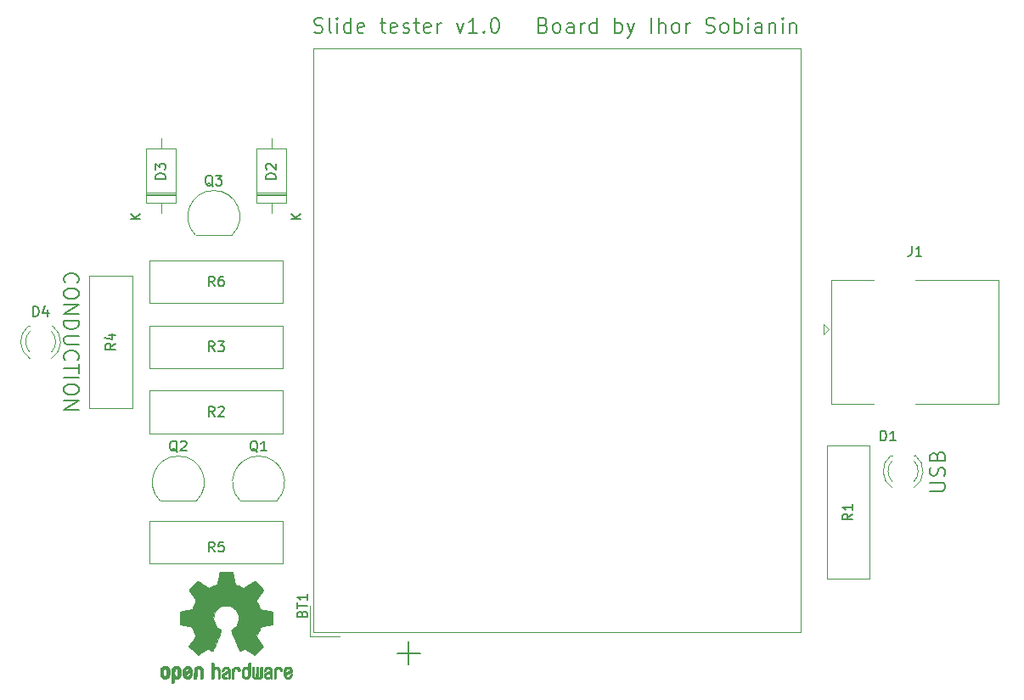
<source format=gbr>
%TF.GenerationSoftware,KiCad,Pcbnew,(6.0.7)*%
%TF.CreationDate,2023-10-27T20:14:28+01:00*%
%TF.ProjectId,slide_tester,736c6964-655f-4746-9573-7465722e6b69,rev?*%
%TF.SameCoordinates,Original*%
%TF.FileFunction,Legend,Top*%
%TF.FilePolarity,Positive*%
%FSLAX46Y46*%
G04 Gerber Fmt 4.6, Leading zero omitted, Abs format (unit mm)*
G04 Created by KiCad (PCBNEW (6.0.7)) date 2023-10-27 20:14:28*
%MOMM*%
%LPD*%
G01*
G04 APERTURE LIST*
%ADD10C,0.200000*%
%ADD11C,0.150000*%
%ADD12C,0.120000*%
%ADD13C,0.010000*%
G04 APERTURE END LIST*
D10*
X130285714Y-54107142D02*
X130500000Y-54178571D01*
X130857142Y-54178571D01*
X131000000Y-54107142D01*
X131071428Y-54035714D01*
X131142857Y-53892857D01*
X131142857Y-53750000D01*
X131071428Y-53607142D01*
X131000000Y-53535714D01*
X130857142Y-53464285D01*
X130571428Y-53392857D01*
X130428571Y-53321428D01*
X130357142Y-53250000D01*
X130285714Y-53107142D01*
X130285714Y-52964285D01*
X130357142Y-52821428D01*
X130428571Y-52750000D01*
X130571428Y-52678571D01*
X130928571Y-52678571D01*
X131142857Y-52750000D01*
X132000000Y-54178571D02*
X131857142Y-54107142D01*
X131785714Y-53964285D01*
X131785714Y-52678571D01*
X132571428Y-54178571D02*
X132571428Y-53178571D01*
X132571428Y-52678571D02*
X132500000Y-52750000D01*
X132571428Y-52821428D01*
X132642857Y-52750000D01*
X132571428Y-52678571D01*
X132571428Y-52821428D01*
X133928571Y-54178571D02*
X133928571Y-52678571D01*
X133928571Y-54107142D02*
X133785714Y-54178571D01*
X133500000Y-54178571D01*
X133357142Y-54107142D01*
X133285714Y-54035714D01*
X133214285Y-53892857D01*
X133214285Y-53464285D01*
X133285714Y-53321428D01*
X133357142Y-53250000D01*
X133500000Y-53178571D01*
X133785714Y-53178571D01*
X133928571Y-53250000D01*
X135214285Y-54107142D02*
X135071428Y-54178571D01*
X134785714Y-54178571D01*
X134642857Y-54107142D01*
X134571428Y-53964285D01*
X134571428Y-53392857D01*
X134642857Y-53250000D01*
X134785714Y-53178571D01*
X135071428Y-53178571D01*
X135214285Y-53250000D01*
X135285714Y-53392857D01*
X135285714Y-53535714D01*
X134571428Y-53678571D01*
X136857142Y-53178571D02*
X137428571Y-53178571D01*
X137071428Y-52678571D02*
X137071428Y-53964285D01*
X137142857Y-54107142D01*
X137285714Y-54178571D01*
X137428571Y-54178571D01*
X138500000Y-54107142D02*
X138357142Y-54178571D01*
X138071428Y-54178571D01*
X137928571Y-54107142D01*
X137857142Y-53964285D01*
X137857142Y-53392857D01*
X137928571Y-53250000D01*
X138071428Y-53178571D01*
X138357142Y-53178571D01*
X138500000Y-53250000D01*
X138571428Y-53392857D01*
X138571428Y-53535714D01*
X137857142Y-53678571D01*
X139142857Y-54107142D02*
X139285714Y-54178571D01*
X139571428Y-54178571D01*
X139714285Y-54107142D01*
X139785714Y-53964285D01*
X139785714Y-53892857D01*
X139714285Y-53750000D01*
X139571428Y-53678571D01*
X139357142Y-53678571D01*
X139214285Y-53607142D01*
X139142857Y-53464285D01*
X139142857Y-53392857D01*
X139214285Y-53250000D01*
X139357142Y-53178571D01*
X139571428Y-53178571D01*
X139714285Y-53250000D01*
X140214285Y-53178571D02*
X140785714Y-53178571D01*
X140428571Y-52678571D02*
X140428571Y-53964285D01*
X140500000Y-54107142D01*
X140642857Y-54178571D01*
X140785714Y-54178571D01*
X141857142Y-54107142D02*
X141714285Y-54178571D01*
X141428571Y-54178571D01*
X141285714Y-54107142D01*
X141214285Y-53964285D01*
X141214285Y-53392857D01*
X141285714Y-53250000D01*
X141428571Y-53178571D01*
X141714285Y-53178571D01*
X141857142Y-53250000D01*
X141928571Y-53392857D01*
X141928571Y-53535714D01*
X141214285Y-53678571D01*
X142571428Y-54178571D02*
X142571428Y-53178571D01*
X142571428Y-53464285D02*
X142642857Y-53321428D01*
X142714285Y-53250000D01*
X142857142Y-53178571D01*
X143000000Y-53178571D01*
X144500000Y-53178571D02*
X144857142Y-54178571D01*
X145214285Y-53178571D01*
X146571428Y-54178571D02*
X145714285Y-54178571D01*
X146142857Y-54178571D02*
X146142857Y-52678571D01*
X146000000Y-52892857D01*
X145857142Y-53035714D01*
X145714285Y-53107142D01*
X147214285Y-54035714D02*
X147285714Y-54107142D01*
X147214285Y-54178571D01*
X147142857Y-54107142D01*
X147214285Y-54035714D01*
X147214285Y-54178571D01*
X148214285Y-52678571D02*
X148357142Y-52678571D01*
X148500000Y-52750000D01*
X148571428Y-52821428D01*
X148642857Y-52964285D01*
X148714285Y-53250000D01*
X148714285Y-53607142D01*
X148642857Y-53892857D01*
X148571428Y-54035714D01*
X148500000Y-54107142D01*
X148357142Y-54178571D01*
X148214285Y-54178571D01*
X148071428Y-54107142D01*
X148000000Y-54035714D01*
X147928571Y-53892857D01*
X147857142Y-53607142D01*
X147857142Y-53250000D01*
X147928571Y-52964285D01*
X148000000Y-52821428D01*
X148071428Y-52750000D01*
X148214285Y-52678571D01*
X191678571Y-99892857D02*
X192892857Y-99892857D01*
X193035714Y-99821428D01*
X193107142Y-99750000D01*
X193178571Y-99607142D01*
X193178571Y-99321428D01*
X193107142Y-99178571D01*
X193035714Y-99107142D01*
X192892857Y-99035714D01*
X191678571Y-99035714D01*
X193107142Y-98392857D02*
X193178571Y-98178571D01*
X193178571Y-97821428D01*
X193107142Y-97678571D01*
X193035714Y-97607142D01*
X192892857Y-97535714D01*
X192750000Y-97535714D01*
X192607142Y-97607142D01*
X192535714Y-97678571D01*
X192464285Y-97821428D01*
X192392857Y-98107142D01*
X192321428Y-98250000D01*
X192250000Y-98321428D01*
X192107142Y-98392857D01*
X191964285Y-98392857D01*
X191821428Y-98321428D01*
X191750000Y-98250000D01*
X191678571Y-98107142D01*
X191678571Y-97750000D01*
X191750000Y-97535714D01*
X192392857Y-96392857D02*
X192464285Y-96178571D01*
X192535714Y-96107142D01*
X192678571Y-96035714D01*
X192892857Y-96035714D01*
X193035714Y-96107142D01*
X193107142Y-96178571D01*
X193178571Y-96321428D01*
X193178571Y-96892857D01*
X191678571Y-96892857D01*
X191678571Y-96392857D01*
X191750000Y-96250000D01*
X191821428Y-96178571D01*
X191964285Y-96107142D01*
X192107142Y-96107142D01*
X192250000Y-96178571D01*
X192321428Y-96250000D01*
X192392857Y-96392857D01*
X192392857Y-96892857D01*
X153142857Y-53392857D02*
X153357142Y-53464285D01*
X153428571Y-53535714D01*
X153500000Y-53678571D01*
X153500000Y-53892857D01*
X153428571Y-54035714D01*
X153357142Y-54107142D01*
X153214285Y-54178571D01*
X152642857Y-54178571D01*
X152642857Y-52678571D01*
X153142857Y-52678571D01*
X153285714Y-52750000D01*
X153357142Y-52821428D01*
X153428571Y-52964285D01*
X153428571Y-53107142D01*
X153357142Y-53250000D01*
X153285714Y-53321428D01*
X153142857Y-53392857D01*
X152642857Y-53392857D01*
X154357142Y-54178571D02*
X154214285Y-54107142D01*
X154142857Y-54035714D01*
X154071428Y-53892857D01*
X154071428Y-53464285D01*
X154142857Y-53321428D01*
X154214285Y-53250000D01*
X154357142Y-53178571D01*
X154571428Y-53178571D01*
X154714285Y-53250000D01*
X154785714Y-53321428D01*
X154857142Y-53464285D01*
X154857142Y-53892857D01*
X154785714Y-54035714D01*
X154714285Y-54107142D01*
X154571428Y-54178571D01*
X154357142Y-54178571D01*
X156142857Y-54178571D02*
X156142857Y-53392857D01*
X156071428Y-53250000D01*
X155928571Y-53178571D01*
X155642857Y-53178571D01*
X155500000Y-53250000D01*
X156142857Y-54107142D02*
X156000000Y-54178571D01*
X155642857Y-54178571D01*
X155500000Y-54107142D01*
X155428571Y-53964285D01*
X155428571Y-53821428D01*
X155500000Y-53678571D01*
X155642857Y-53607142D01*
X156000000Y-53607142D01*
X156142857Y-53535714D01*
X156857142Y-54178571D02*
X156857142Y-53178571D01*
X156857142Y-53464285D02*
X156928571Y-53321428D01*
X157000000Y-53250000D01*
X157142857Y-53178571D01*
X157285714Y-53178571D01*
X158428571Y-54178571D02*
X158428571Y-52678571D01*
X158428571Y-54107142D02*
X158285714Y-54178571D01*
X158000000Y-54178571D01*
X157857142Y-54107142D01*
X157785714Y-54035714D01*
X157714285Y-53892857D01*
X157714285Y-53464285D01*
X157785714Y-53321428D01*
X157857142Y-53250000D01*
X158000000Y-53178571D01*
X158285714Y-53178571D01*
X158428571Y-53250000D01*
X160285714Y-54178571D02*
X160285714Y-52678571D01*
X160285714Y-53250000D02*
X160428571Y-53178571D01*
X160714285Y-53178571D01*
X160857142Y-53250000D01*
X160928571Y-53321428D01*
X161000000Y-53464285D01*
X161000000Y-53892857D01*
X160928571Y-54035714D01*
X160857142Y-54107142D01*
X160714285Y-54178571D01*
X160428571Y-54178571D01*
X160285714Y-54107142D01*
X161500000Y-53178571D02*
X161857142Y-54178571D01*
X162214285Y-53178571D02*
X161857142Y-54178571D01*
X161714285Y-54535714D01*
X161642857Y-54607142D01*
X161500000Y-54678571D01*
X163928571Y-54178571D02*
X163928571Y-52678571D01*
X164642857Y-54178571D02*
X164642857Y-52678571D01*
X165285714Y-54178571D02*
X165285714Y-53392857D01*
X165214285Y-53250000D01*
X165071428Y-53178571D01*
X164857142Y-53178571D01*
X164714285Y-53250000D01*
X164642857Y-53321428D01*
X166214285Y-54178571D02*
X166071428Y-54107142D01*
X166000000Y-54035714D01*
X165928571Y-53892857D01*
X165928571Y-53464285D01*
X166000000Y-53321428D01*
X166071428Y-53250000D01*
X166214285Y-53178571D01*
X166428571Y-53178571D01*
X166571428Y-53250000D01*
X166642857Y-53321428D01*
X166714285Y-53464285D01*
X166714285Y-53892857D01*
X166642857Y-54035714D01*
X166571428Y-54107142D01*
X166428571Y-54178571D01*
X166214285Y-54178571D01*
X167357142Y-54178571D02*
X167357142Y-53178571D01*
X167357142Y-53464285D02*
X167428571Y-53321428D01*
X167500000Y-53250000D01*
X167642857Y-53178571D01*
X167785714Y-53178571D01*
X169357142Y-54107142D02*
X169571428Y-54178571D01*
X169928571Y-54178571D01*
X170071428Y-54107142D01*
X170142857Y-54035714D01*
X170214285Y-53892857D01*
X170214285Y-53750000D01*
X170142857Y-53607142D01*
X170071428Y-53535714D01*
X169928571Y-53464285D01*
X169642857Y-53392857D01*
X169500000Y-53321428D01*
X169428571Y-53250000D01*
X169357142Y-53107142D01*
X169357142Y-52964285D01*
X169428571Y-52821428D01*
X169500000Y-52750000D01*
X169642857Y-52678571D01*
X170000000Y-52678571D01*
X170214285Y-52750000D01*
X171071428Y-54178571D02*
X170928571Y-54107142D01*
X170857142Y-54035714D01*
X170785714Y-53892857D01*
X170785714Y-53464285D01*
X170857142Y-53321428D01*
X170928571Y-53250000D01*
X171071428Y-53178571D01*
X171285714Y-53178571D01*
X171428571Y-53250000D01*
X171500000Y-53321428D01*
X171571428Y-53464285D01*
X171571428Y-53892857D01*
X171500000Y-54035714D01*
X171428571Y-54107142D01*
X171285714Y-54178571D01*
X171071428Y-54178571D01*
X172214285Y-54178571D02*
X172214285Y-52678571D01*
X172214285Y-53250000D02*
X172357142Y-53178571D01*
X172642857Y-53178571D01*
X172785714Y-53250000D01*
X172857142Y-53321428D01*
X172928571Y-53464285D01*
X172928571Y-53892857D01*
X172857142Y-54035714D01*
X172785714Y-54107142D01*
X172642857Y-54178571D01*
X172357142Y-54178571D01*
X172214285Y-54107142D01*
X173571428Y-54178571D02*
X173571428Y-53178571D01*
X173571428Y-52678571D02*
X173500000Y-52750000D01*
X173571428Y-52821428D01*
X173642857Y-52750000D01*
X173571428Y-52678571D01*
X173571428Y-52821428D01*
X174928571Y-54178571D02*
X174928571Y-53392857D01*
X174857142Y-53250000D01*
X174714285Y-53178571D01*
X174428571Y-53178571D01*
X174285714Y-53250000D01*
X174928571Y-54107142D02*
X174785714Y-54178571D01*
X174428571Y-54178571D01*
X174285714Y-54107142D01*
X174214285Y-53964285D01*
X174214285Y-53821428D01*
X174285714Y-53678571D01*
X174428571Y-53607142D01*
X174785714Y-53607142D01*
X174928571Y-53535714D01*
X175642857Y-53178571D02*
X175642857Y-54178571D01*
X175642857Y-53321428D02*
X175714285Y-53250000D01*
X175857142Y-53178571D01*
X176071428Y-53178571D01*
X176214285Y-53250000D01*
X176285714Y-53392857D01*
X176285714Y-54178571D01*
X177000000Y-54178571D02*
X177000000Y-53178571D01*
X177000000Y-52678571D02*
X176928571Y-52750000D01*
X177000000Y-52821428D01*
X177071428Y-52750000D01*
X177000000Y-52678571D01*
X177000000Y-52821428D01*
X177714285Y-53178571D02*
X177714285Y-54178571D01*
X177714285Y-53321428D02*
X177785714Y-53250000D01*
X177928571Y-53178571D01*
X178142857Y-53178571D01*
X178285714Y-53250000D01*
X178357142Y-53392857D01*
X178357142Y-54178571D01*
X105464285Y-79107142D02*
X105392857Y-79035714D01*
X105321428Y-78821428D01*
X105321428Y-78678571D01*
X105392857Y-78464285D01*
X105535714Y-78321428D01*
X105678571Y-78250000D01*
X105964285Y-78178571D01*
X106178571Y-78178571D01*
X106464285Y-78250000D01*
X106607142Y-78321428D01*
X106750000Y-78464285D01*
X106821428Y-78678571D01*
X106821428Y-78821428D01*
X106750000Y-79035714D01*
X106678571Y-79107142D01*
X106821428Y-80035714D02*
X106821428Y-80321428D01*
X106750000Y-80464285D01*
X106607142Y-80607142D01*
X106321428Y-80678571D01*
X105821428Y-80678571D01*
X105535714Y-80607142D01*
X105392857Y-80464285D01*
X105321428Y-80321428D01*
X105321428Y-80035714D01*
X105392857Y-79892857D01*
X105535714Y-79750000D01*
X105821428Y-79678571D01*
X106321428Y-79678571D01*
X106607142Y-79750000D01*
X106750000Y-79892857D01*
X106821428Y-80035714D01*
X105321428Y-81321428D02*
X106821428Y-81321428D01*
X105321428Y-82178571D01*
X106821428Y-82178571D01*
X105321428Y-82892857D02*
X106821428Y-82892857D01*
X106821428Y-83250000D01*
X106750000Y-83464285D01*
X106607142Y-83607142D01*
X106464285Y-83678571D01*
X106178571Y-83750000D01*
X105964285Y-83750000D01*
X105678571Y-83678571D01*
X105535714Y-83607142D01*
X105392857Y-83464285D01*
X105321428Y-83250000D01*
X105321428Y-82892857D01*
X106821428Y-84392857D02*
X105607142Y-84392857D01*
X105464285Y-84464285D01*
X105392857Y-84535714D01*
X105321428Y-84678571D01*
X105321428Y-84964285D01*
X105392857Y-85107142D01*
X105464285Y-85178571D01*
X105607142Y-85250000D01*
X106821428Y-85250000D01*
X105464285Y-86821428D02*
X105392857Y-86750000D01*
X105321428Y-86535714D01*
X105321428Y-86392857D01*
X105392857Y-86178571D01*
X105535714Y-86035714D01*
X105678571Y-85964285D01*
X105964285Y-85892857D01*
X106178571Y-85892857D01*
X106464285Y-85964285D01*
X106607142Y-86035714D01*
X106750000Y-86178571D01*
X106821428Y-86392857D01*
X106821428Y-86535714D01*
X106750000Y-86750000D01*
X106678571Y-86821428D01*
X106821428Y-87250000D02*
X106821428Y-88107142D01*
X105321428Y-87678571D02*
X106821428Y-87678571D01*
X105321428Y-88607142D02*
X106821428Y-88607142D01*
X106821428Y-89607142D02*
X106821428Y-89892857D01*
X106750000Y-90035714D01*
X106607142Y-90178571D01*
X106321428Y-90250000D01*
X105821428Y-90250000D01*
X105535714Y-90178571D01*
X105392857Y-90035714D01*
X105321428Y-89892857D01*
X105321428Y-89607142D01*
X105392857Y-89464285D01*
X105535714Y-89321428D01*
X105821428Y-89250000D01*
X106321428Y-89250000D01*
X106607142Y-89321428D01*
X106750000Y-89464285D01*
X106821428Y-89607142D01*
X105321428Y-90892857D02*
X106821428Y-90892857D01*
X105321428Y-91750000D01*
X106821428Y-91750000D01*
D11*
%TO.C,J1*%
X189849166Y-75432380D02*
X189849166Y-76146666D01*
X189801547Y-76289523D01*
X189706309Y-76384761D01*
X189563452Y-76432380D01*
X189468214Y-76432380D01*
X190849166Y-76432380D02*
X190277738Y-76432380D01*
X190563452Y-76432380D02*
X190563452Y-75432380D01*
X190468214Y-75575238D01*
X190372976Y-75670476D01*
X190277738Y-75718095D01*
%TO.C,R6*%
X120333333Y-79452380D02*
X120000000Y-78976190D01*
X119761904Y-79452380D02*
X119761904Y-78452380D01*
X120142857Y-78452380D01*
X120238095Y-78500000D01*
X120285714Y-78547619D01*
X120333333Y-78642857D01*
X120333333Y-78785714D01*
X120285714Y-78880952D01*
X120238095Y-78928571D01*
X120142857Y-78976190D01*
X119761904Y-78976190D01*
X121190476Y-78452380D02*
X121000000Y-78452380D01*
X120904761Y-78500000D01*
X120857142Y-78547619D01*
X120761904Y-78690476D01*
X120714285Y-78880952D01*
X120714285Y-79261904D01*
X120761904Y-79357142D01*
X120809523Y-79404761D01*
X120904761Y-79452380D01*
X121095238Y-79452380D01*
X121190476Y-79404761D01*
X121238095Y-79357142D01*
X121285714Y-79261904D01*
X121285714Y-79023809D01*
X121238095Y-78928571D01*
X121190476Y-78880952D01*
X121095238Y-78833333D01*
X120904761Y-78833333D01*
X120809523Y-78880952D01*
X120761904Y-78928571D01*
X120714285Y-79023809D01*
%TO.C,R3*%
X120333333Y-85952380D02*
X120000000Y-85476190D01*
X119761904Y-85952380D02*
X119761904Y-84952380D01*
X120142857Y-84952380D01*
X120238095Y-85000000D01*
X120285714Y-85047619D01*
X120333333Y-85142857D01*
X120333333Y-85285714D01*
X120285714Y-85380952D01*
X120238095Y-85428571D01*
X120142857Y-85476190D01*
X119761904Y-85476190D01*
X120666666Y-84952380D02*
X121285714Y-84952380D01*
X120952380Y-85333333D01*
X121095238Y-85333333D01*
X121190476Y-85380952D01*
X121238095Y-85428571D01*
X121285714Y-85523809D01*
X121285714Y-85761904D01*
X121238095Y-85857142D01*
X121190476Y-85904761D01*
X121095238Y-85952380D01*
X120809523Y-85952380D01*
X120714285Y-85904761D01*
X120666666Y-85857142D01*
%TO.C,Q2*%
X116634761Y-95987619D02*
X116539523Y-95940000D01*
X116444285Y-95844761D01*
X116301428Y-95701904D01*
X116206190Y-95654285D01*
X116110952Y-95654285D01*
X116158571Y-95892380D02*
X116063333Y-95844761D01*
X115968095Y-95749523D01*
X115920476Y-95559047D01*
X115920476Y-95225714D01*
X115968095Y-95035238D01*
X116063333Y-94940000D01*
X116158571Y-94892380D01*
X116349047Y-94892380D01*
X116444285Y-94940000D01*
X116539523Y-95035238D01*
X116587142Y-95225714D01*
X116587142Y-95559047D01*
X116539523Y-95749523D01*
X116444285Y-95844761D01*
X116349047Y-95892380D01*
X116158571Y-95892380D01*
X116968095Y-94987619D02*
X117015714Y-94940000D01*
X117110952Y-94892380D01*
X117349047Y-94892380D01*
X117444285Y-94940000D01*
X117491904Y-94987619D01*
X117539523Y-95082857D01*
X117539523Y-95178095D01*
X117491904Y-95320952D01*
X116920476Y-95892380D01*
X117539523Y-95892380D01*
%TO.C,Q3*%
X120174761Y-69487619D02*
X120079523Y-69440000D01*
X119984285Y-69344761D01*
X119841428Y-69201904D01*
X119746190Y-69154285D01*
X119650952Y-69154285D01*
X119698571Y-69392380D02*
X119603333Y-69344761D01*
X119508095Y-69249523D01*
X119460476Y-69059047D01*
X119460476Y-68725714D01*
X119508095Y-68535238D01*
X119603333Y-68440000D01*
X119698571Y-68392380D01*
X119889047Y-68392380D01*
X119984285Y-68440000D01*
X120079523Y-68535238D01*
X120127142Y-68725714D01*
X120127142Y-69059047D01*
X120079523Y-69249523D01*
X119984285Y-69344761D01*
X119889047Y-69392380D01*
X119698571Y-69392380D01*
X120460476Y-68392380D02*
X121079523Y-68392380D01*
X120746190Y-68773333D01*
X120889047Y-68773333D01*
X120984285Y-68820952D01*
X121031904Y-68868571D01*
X121079523Y-68963809D01*
X121079523Y-69201904D01*
X121031904Y-69297142D01*
X120984285Y-69344761D01*
X120889047Y-69392380D01*
X120603333Y-69392380D01*
X120508095Y-69344761D01*
X120460476Y-69297142D01*
%TO.C,R2*%
X120333333Y-92452380D02*
X120000000Y-91976190D01*
X119761904Y-92452380D02*
X119761904Y-91452380D01*
X120142857Y-91452380D01*
X120238095Y-91500000D01*
X120285714Y-91547619D01*
X120333333Y-91642857D01*
X120333333Y-91785714D01*
X120285714Y-91880952D01*
X120238095Y-91928571D01*
X120142857Y-91976190D01*
X119761904Y-91976190D01*
X120714285Y-91547619D02*
X120761904Y-91500000D01*
X120857142Y-91452380D01*
X121095238Y-91452380D01*
X121190476Y-91500000D01*
X121238095Y-91547619D01*
X121285714Y-91642857D01*
X121285714Y-91738095D01*
X121238095Y-91880952D01*
X120666666Y-92452380D01*
X121285714Y-92452380D01*
%TO.C,R4*%
X110452380Y-85166666D02*
X109976190Y-85500000D01*
X110452380Y-85738095D02*
X109452380Y-85738095D01*
X109452380Y-85357142D01*
X109500000Y-85261904D01*
X109547619Y-85214285D01*
X109642857Y-85166666D01*
X109785714Y-85166666D01*
X109880952Y-85214285D01*
X109928571Y-85261904D01*
X109976190Y-85357142D01*
X109976190Y-85738095D01*
X109785714Y-84309523D02*
X110452380Y-84309523D01*
X109404761Y-84547619D02*
X110119047Y-84785714D01*
X110119047Y-84166666D01*
%TO.C,R1*%
X183952380Y-102166666D02*
X183476190Y-102500000D01*
X183952380Y-102738095D02*
X182952380Y-102738095D01*
X182952380Y-102357142D01*
X183000000Y-102261904D01*
X183047619Y-102214285D01*
X183142857Y-102166666D01*
X183285714Y-102166666D01*
X183380952Y-102214285D01*
X183428571Y-102261904D01*
X183476190Y-102357142D01*
X183476190Y-102738095D01*
X183952380Y-101214285D02*
X183952380Y-101785714D01*
X183952380Y-101500000D02*
X182952380Y-101500000D01*
X183095238Y-101595238D01*
X183190476Y-101690476D01*
X183238095Y-101785714D01*
%TO.C,D1*%
X186761904Y-94860893D02*
X186761904Y-93860893D01*
X187000000Y-93860893D01*
X187142857Y-93908513D01*
X187238095Y-94003751D01*
X187285714Y-94098989D01*
X187333333Y-94289465D01*
X187333333Y-94432322D01*
X187285714Y-94622798D01*
X187238095Y-94718036D01*
X187142857Y-94813274D01*
X187000000Y-94860893D01*
X186761904Y-94860893D01*
X188285714Y-94860893D02*
X187714285Y-94860893D01*
X188000000Y-94860893D02*
X188000000Y-93860893D01*
X187904761Y-94003751D01*
X187809523Y-94098989D01*
X187714285Y-94146608D01*
%TO.C,BT1*%
X129078571Y-112143214D02*
X129126190Y-112000357D01*
X129173809Y-111952738D01*
X129269047Y-111905119D01*
X129411904Y-111905119D01*
X129507142Y-111952738D01*
X129554761Y-112000357D01*
X129602380Y-112095595D01*
X129602380Y-112476547D01*
X128602380Y-112476547D01*
X128602380Y-112143214D01*
X128650000Y-112047976D01*
X128697619Y-112000357D01*
X128792857Y-111952738D01*
X128888095Y-111952738D01*
X128983333Y-112000357D01*
X129030952Y-112047976D01*
X129078571Y-112143214D01*
X129078571Y-112476547D01*
X128602380Y-111619404D02*
X128602380Y-111047976D01*
X129602380Y-111333690D02*
X128602380Y-111333690D01*
X129602380Y-110190833D02*
X129602380Y-110762261D01*
X129602380Y-110476547D02*
X128602380Y-110476547D01*
X128745238Y-110571785D01*
X128840476Y-110667023D01*
X128888095Y-110762261D01*
X139714285Y-117200357D02*
X139714285Y-114914642D01*
X140857142Y-116057500D02*
X138571428Y-116057500D01*
%TO.C,R5*%
X120333333Y-105952380D02*
X120000000Y-105476190D01*
X119761904Y-105952380D02*
X119761904Y-104952380D01*
X120142857Y-104952380D01*
X120238095Y-105000000D01*
X120285714Y-105047619D01*
X120333333Y-105142857D01*
X120333333Y-105285714D01*
X120285714Y-105380952D01*
X120238095Y-105428571D01*
X120142857Y-105476190D01*
X119761904Y-105476190D01*
X121238095Y-104952380D02*
X120761904Y-104952380D01*
X120714285Y-105428571D01*
X120761904Y-105380952D01*
X120857142Y-105333333D01*
X121095238Y-105333333D01*
X121190476Y-105380952D01*
X121238095Y-105428571D01*
X121285714Y-105523809D01*
X121285714Y-105761904D01*
X121238095Y-105857142D01*
X121190476Y-105904761D01*
X121095238Y-105952380D01*
X120857142Y-105952380D01*
X120761904Y-105904761D01*
X120714285Y-105857142D01*
%TO.C,D3*%
X115452380Y-68738095D02*
X114452380Y-68738095D01*
X114452380Y-68500000D01*
X114500000Y-68357142D01*
X114595238Y-68261904D01*
X114690476Y-68214285D01*
X114880952Y-68166666D01*
X115023809Y-68166666D01*
X115214285Y-68214285D01*
X115309523Y-68261904D01*
X115404761Y-68357142D01*
X115452380Y-68500000D01*
X115452380Y-68738095D01*
X114452380Y-67833333D02*
X114452380Y-67214285D01*
X114833333Y-67547619D01*
X114833333Y-67404761D01*
X114880952Y-67309523D01*
X114928571Y-67261904D01*
X115023809Y-67214285D01*
X115261904Y-67214285D01*
X115357142Y-67261904D01*
X115404761Y-67309523D01*
X115452380Y-67404761D01*
X115452380Y-67690476D01*
X115404761Y-67785714D01*
X115357142Y-67833333D01*
X112952380Y-72761904D02*
X111952380Y-72761904D01*
X112952380Y-72190476D02*
X112380952Y-72619047D01*
X111952380Y-72190476D02*
X112523809Y-72761904D01*
%TO.C,D2*%
X126452380Y-68738095D02*
X125452380Y-68738095D01*
X125452380Y-68500000D01*
X125500000Y-68357142D01*
X125595238Y-68261904D01*
X125690476Y-68214285D01*
X125880952Y-68166666D01*
X126023809Y-68166666D01*
X126214285Y-68214285D01*
X126309523Y-68261904D01*
X126404761Y-68357142D01*
X126452380Y-68500000D01*
X126452380Y-68738095D01*
X125547619Y-67785714D02*
X125500000Y-67738095D01*
X125452380Y-67642857D01*
X125452380Y-67404761D01*
X125500000Y-67309523D01*
X125547619Y-67261904D01*
X125642857Y-67214285D01*
X125738095Y-67214285D01*
X125880952Y-67261904D01*
X126452380Y-67833333D01*
X126452380Y-67214285D01*
X128952380Y-72761904D02*
X127952380Y-72761904D01*
X128952380Y-72190476D02*
X128380952Y-72619047D01*
X127952380Y-72190476D02*
X128523809Y-72761904D01*
%TO.C,D4*%
X102261904Y-82452380D02*
X102261904Y-81452380D01*
X102500000Y-81452380D01*
X102642857Y-81500000D01*
X102738095Y-81595238D01*
X102785714Y-81690476D01*
X102833333Y-81880952D01*
X102833333Y-82023809D01*
X102785714Y-82214285D01*
X102738095Y-82309523D01*
X102642857Y-82404761D01*
X102500000Y-82452380D01*
X102261904Y-82452380D01*
X103690476Y-81785714D02*
X103690476Y-82452380D01*
X103452380Y-81404761D02*
X103214285Y-82119047D01*
X103833333Y-82119047D01*
%TO.C,Q1*%
X124634761Y-95987619D02*
X124539523Y-95940000D01*
X124444285Y-95844761D01*
X124301428Y-95701904D01*
X124206190Y-95654285D01*
X124110952Y-95654285D01*
X124158571Y-95892380D02*
X124063333Y-95844761D01*
X123968095Y-95749523D01*
X123920476Y-95559047D01*
X123920476Y-95225714D01*
X123968095Y-95035238D01*
X124063333Y-94940000D01*
X124158571Y-94892380D01*
X124349047Y-94892380D01*
X124444285Y-94940000D01*
X124539523Y-95035238D01*
X124587142Y-95225714D01*
X124587142Y-95559047D01*
X124539523Y-95749523D01*
X124444285Y-95844761D01*
X124349047Y-95892380D01*
X124158571Y-95892380D01*
X125539523Y-95892380D02*
X124968095Y-95892380D01*
X125253809Y-95892380D02*
X125253809Y-94892380D01*
X125158571Y-95035238D01*
X125063333Y-95130476D01*
X124968095Y-95178095D01*
D12*
%TO.C,J1*%
X198542500Y-78840000D02*
X198542500Y-91160000D01*
X186082500Y-78840000D02*
X181822500Y-78840000D01*
X181102500Y-84250000D02*
X181602500Y-83750000D01*
X190182500Y-78840000D02*
X198542500Y-78840000D01*
X198542500Y-91160000D02*
X190182500Y-91160000D01*
X181822500Y-91160000D02*
X186082500Y-91160000D01*
X181822500Y-78840000D02*
X181822500Y-91160000D01*
X181602500Y-83750000D02*
X181102500Y-83250000D01*
X181102500Y-83250000D02*
X181102500Y-84250000D01*
%TO.C,R6*%
X127120000Y-76880000D02*
X127120000Y-81120000D01*
X113880000Y-76880000D02*
X113880000Y-81120000D01*
X113880000Y-76880000D02*
X127120000Y-76880000D01*
X113880000Y-81120000D02*
X127120000Y-81120000D01*
%TO.C,R3*%
X113880000Y-87620000D02*
X113880000Y-83380000D01*
X127120000Y-87620000D02*
X127120000Y-83380000D01*
X127120000Y-87620000D02*
X113880000Y-87620000D01*
X127120000Y-83380000D02*
X113880000Y-83380000D01*
%TO.C,Q2*%
X114930000Y-100850000D02*
X118530000Y-100850000D01*
X118568478Y-100838478D02*
G75*
G03*
X116730000Y-96400000I-1838478J1838478D01*
G01*
X116730000Y-96399999D02*
G75*
G03*
X114891522Y-100838478I0J-2600001D01*
G01*
%TO.C,Q3*%
X118470000Y-74350000D02*
X122070000Y-74350000D01*
X122108478Y-74338478D02*
G75*
G03*
X120270000Y-69900000I-1838478J1838478D01*
G01*
X120270000Y-69899999D02*
G75*
G03*
X118431522Y-74338478I0J-2600001D01*
G01*
%TO.C,REF\u002A\u002A*%
G36*
X118917429Y-117377719D02*
G01*
X119011123Y-117431914D01*
X119076264Y-117485707D01*
X119123907Y-117542066D01*
X119156728Y-117610987D01*
X119177406Y-117702468D01*
X119188620Y-117826506D01*
X119193049Y-117993098D01*
X119193563Y-118112851D01*
X119193563Y-118553659D01*
X119069483Y-118609283D01*
X118945402Y-118664907D01*
X118930805Y-118182095D01*
X118924773Y-118001779D01*
X118918445Y-117870901D01*
X118910606Y-117780511D01*
X118900037Y-117721664D01*
X118885523Y-117685413D01*
X118865848Y-117662810D01*
X118859535Y-117657917D01*
X118763888Y-117619706D01*
X118667207Y-117634827D01*
X118609655Y-117674943D01*
X118586245Y-117703370D01*
X118570039Y-117740672D01*
X118559741Y-117797223D01*
X118554049Y-117883394D01*
X118551664Y-118009558D01*
X118551264Y-118141042D01*
X118551186Y-118305999D01*
X118548361Y-118422761D01*
X118538907Y-118501510D01*
X118518940Y-118552431D01*
X118484576Y-118585706D01*
X118431932Y-118611520D01*
X118361617Y-118638344D01*
X118284820Y-118667542D01*
X118293962Y-118149346D01*
X118297643Y-117962539D01*
X118301950Y-117824490D01*
X118308123Y-117725568D01*
X118317402Y-117656145D01*
X118331027Y-117606590D01*
X118350239Y-117567273D01*
X118373402Y-117532584D01*
X118485152Y-117421770D01*
X118621513Y-117357689D01*
X118769825Y-117342339D01*
X118917429Y-117377719D01*
G37*
D13*
X118917429Y-117377719D02*
X119011123Y-117431914D01*
X119076264Y-117485707D01*
X119123907Y-117542066D01*
X119156728Y-117610987D01*
X119177406Y-117702468D01*
X119188620Y-117826506D01*
X119193049Y-117993098D01*
X119193563Y-118112851D01*
X119193563Y-118553659D01*
X119069483Y-118609283D01*
X118945402Y-118664907D01*
X118930805Y-118182095D01*
X118924773Y-118001779D01*
X118918445Y-117870901D01*
X118910606Y-117780511D01*
X118900037Y-117721664D01*
X118885523Y-117685413D01*
X118865848Y-117662810D01*
X118859535Y-117657917D01*
X118763888Y-117619706D01*
X118667207Y-117634827D01*
X118609655Y-117674943D01*
X118586245Y-117703370D01*
X118570039Y-117740672D01*
X118559741Y-117797223D01*
X118554049Y-117883394D01*
X118551664Y-118009558D01*
X118551264Y-118141042D01*
X118551186Y-118305999D01*
X118548361Y-118422761D01*
X118538907Y-118501510D01*
X118518940Y-118552431D01*
X118484576Y-118585706D01*
X118431932Y-118611520D01*
X118361617Y-118638344D01*
X118284820Y-118667542D01*
X118293962Y-118149346D01*
X118297643Y-117962539D01*
X118301950Y-117824490D01*
X118308123Y-117725568D01*
X118317402Y-117656145D01*
X118331027Y-117606590D01*
X118350239Y-117567273D01*
X118373402Y-117532584D01*
X118485152Y-117421770D01*
X118621513Y-117357689D01*
X118769825Y-117342339D01*
X118917429Y-117377719D01*
G36*
X116056247Y-117825382D02*
G01*
X116061826Y-117730087D01*
X116069746Y-117662364D01*
X116080731Y-117614507D01*
X116095501Y-117578813D01*
X116114782Y-117547578D01*
X116123049Y-117535824D01*
X116232712Y-117424797D01*
X116371365Y-117361847D01*
X116531754Y-117344297D01*
X116671900Y-117361903D01*
X116783450Y-117417522D01*
X116881908Y-117519931D01*
X116909023Y-117557864D01*
X116938562Y-117607500D01*
X116957728Y-117661412D01*
X116968693Y-117733364D01*
X116973629Y-117837122D01*
X116974713Y-117974101D01*
X116969818Y-118161815D01*
X116952804Y-118302758D01*
X116920177Y-118407908D01*
X116868442Y-118488243D01*
X116794104Y-118554741D01*
X116788642Y-118558678D01*
X116715380Y-118598953D01*
X116627160Y-118618880D01*
X116514962Y-118623793D01*
X116332567Y-118623793D01*
X116332491Y-118800857D01*
X116330793Y-118899470D01*
X116320450Y-118957314D01*
X116293422Y-118992006D01*
X116241668Y-119021164D01*
X116229239Y-119027121D01*
X116171077Y-119055039D01*
X116126044Y-119072672D01*
X116092559Y-119074194D01*
X116069038Y-119053781D01*
X116053900Y-119005607D01*
X116045563Y-118923846D01*
X116042444Y-118802672D01*
X116042960Y-118636260D01*
X116045529Y-118418785D01*
X116046332Y-118353736D01*
X116049222Y-118129502D01*
X116051812Y-117982821D01*
X116332414Y-117982821D01*
X116333991Y-118107326D01*
X116341000Y-118188787D01*
X116356858Y-118242515D01*
X116384981Y-118283823D01*
X116404075Y-118303971D01*
X116482135Y-118362921D01*
X116551247Y-118367720D01*
X116622560Y-118319038D01*
X116624368Y-118317241D01*
X116653383Y-118279618D01*
X116671033Y-118228484D01*
X116679936Y-118149738D01*
X116682709Y-118029276D01*
X116682759Y-118002588D01*
X116676058Y-117836583D01*
X116654248Y-117721505D01*
X116614765Y-117651254D01*
X116555044Y-117619729D01*
X116520528Y-117616552D01*
X116438611Y-117631460D01*
X116382421Y-117680548D01*
X116348598Y-117770362D01*
X116333780Y-117907445D01*
X116332414Y-117982821D01*
X116051812Y-117982821D01*
X116052287Y-117955952D01*
X116056247Y-117825382D01*
G37*
X116056247Y-117825382D02*
X116061826Y-117730087D01*
X116069746Y-117662364D01*
X116080731Y-117614507D01*
X116095501Y-117578813D01*
X116114782Y-117547578D01*
X116123049Y-117535824D01*
X116232712Y-117424797D01*
X116371365Y-117361847D01*
X116531754Y-117344297D01*
X116671900Y-117361903D01*
X116783450Y-117417522D01*
X116881908Y-117519931D01*
X116909023Y-117557864D01*
X116938562Y-117607500D01*
X116957728Y-117661412D01*
X116968693Y-117733364D01*
X116973629Y-117837122D01*
X116974713Y-117974101D01*
X116969818Y-118161815D01*
X116952804Y-118302758D01*
X116920177Y-118407908D01*
X116868442Y-118488243D01*
X116794104Y-118554741D01*
X116788642Y-118558678D01*
X116715380Y-118598953D01*
X116627160Y-118618880D01*
X116514962Y-118623793D01*
X116332567Y-118623793D01*
X116332491Y-118800857D01*
X116330793Y-118899470D01*
X116320450Y-118957314D01*
X116293422Y-118992006D01*
X116241668Y-119021164D01*
X116229239Y-119027121D01*
X116171077Y-119055039D01*
X116126044Y-119072672D01*
X116092559Y-119074194D01*
X116069038Y-119053781D01*
X116053900Y-119005607D01*
X116045563Y-118923846D01*
X116042444Y-118802672D01*
X116042960Y-118636260D01*
X116045529Y-118418785D01*
X116046332Y-118353736D01*
X116049222Y-118129502D01*
X116051812Y-117982821D01*
X116332414Y-117982821D01*
X116333991Y-118107326D01*
X116341000Y-118188787D01*
X116356858Y-118242515D01*
X116384981Y-118283823D01*
X116404075Y-118303971D01*
X116482135Y-118362921D01*
X116551247Y-118367720D01*
X116622560Y-118319038D01*
X116624368Y-118317241D01*
X116653383Y-118279618D01*
X116671033Y-118228484D01*
X116679936Y-118149738D01*
X116682709Y-118029276D01*
X116682759Y-118002588D01*
X116676058Y-117836583D01*
X116654248Y-117721505D01*
X116614765Y-117651254D01*
X116555044Y-117619729D01*
X116520528Y-117616552D01*
X116438611Y-117631460D01*
X116382421Y-117680548D01*
X116348598Y-117770362D01*
X116333780Y-117907445D01*
X116332414Y-117982821D01*
X116051812Y-117982821D01*
X116052287Y-117955952D01*
X116056247Y-117825382D01*
G36*
X123078472Y-117704195D02*
G01*
X123123548Y-117600632D01*
X123193928Y-117519856D01*
X123248743Y-117478455D01*
X123348376Y-117433728D01*
X123463855Y-117412967D01*
X123571199Y-117418525D01*
X123631264Y-117440943D01*
X123654835Y-117447323D01*
X123670477Y-117423535D01*
X123681395Y-117359788D01*
X123689655Y-117262687D01*
X123698699Y-117154541D01*
X123711261Y-117089475D01*
X123734119Y-117052268D01*
X123774051Y-117027699D01*
X123799138Y-117016819D01*
X123894023Y-116977072D01*
X123893914Y-117654455D01*
X123893543Y-117872661D01*
X123892108Y-118040519D01*
X123889002Y-118166070D01*
X123883622Y-118257355D01*
X123875362Y-118322415D01*
X123863616Y-118369291D01*
X123847781Y-118406024D01*
X123835790Y-118426991D01*
X123736490Y-118540694D01*
X123610588Y-118611965D01*
X123471291Y-118637538D01*
X123331805Y-118614150D01*
X123248743Y-118572119D01*
X123161545Y-118499411D01*
X123102117Y-118410612D01*
X123066261Y-118294320D01*
X123049781Y-118139135D01*
X123047447Y-118025287D01*
X123047761Y-118017106D01*
X123251724Y-118017106D01*
X123252970Y-118147657D01*
X123258678Y-118234080D01*
X123271804Y-118290618D01*
X123295306Y-118331514D01*
X123323386Y-118362362D01*
X123417688Y-118421905D01*
X123518940Y-118426992D01*
X123614636Y-118377279D01*
X123622084Y-118370543D01*
X123653874Y-118335502D01*
X123673808Y-118293811D01*
X123684600Y-118231762D01*
X123688965Y-118135644D01*
X123689655Y-118029379D01*
X123688159Y-117895880D01*
X123681964Y-117806822D01*
X123668514Y-117748293D01*
X123645251Y-117706382D01*
X123626175Y-117684123D01*
X123537563Y-117627985D01*
X123435508Y-117621235D01*
X123338095Y-117664114D01*
X123319296Y-117680032D01*
X123287293Y-117715382D01*
X123267318Y-117757502D01*
X123256593Y-117820251D01*
X123252339Y-117917487D01*
X123251724Y-118017106D01*
X123047761Y-118017106D01*
X123054504Y-117841947D01*
X123078472Y-117704195D01*
G37*
X123078472Y-117704195D02*
X123123548Y-117600632D01*
X123193928Y-117519856D01*
X123248743Y-117478455D01*
X123348376Y-117433728D01*
X123463855Y-117412967D01*
X123571199Y-117418525D01*
X123631264Y-117440943D01*
X123654835Y-117447323D01*
X123670477Y-117423535D01*
X123681395Y-117359788D01*
X123689655Y-117262687D01*
X123698699Y-117154541D01*
X123711261Y-117089475D01*
X123734119Y-117052268D01*
X123774051Y-117027699D01*
X123799138Y-117016819D01*
X123894023Y-116977072D01*
X123893914Y-117654455D01*
X123893543Y-117872661D01*
X123892108Y-118040519D01*
X123889002Y-118166070D01*
X123883622Y-118257355D01*
X123875362Y-118322415D01*
X123863616Y-118369291D01*
X123847781Y-118406024D01*
X123835790Y-118426991D01*
X123736490Y-118540694D01*
X123610588Y-118611965D01*
X123471291Y-118637538D01*
X123331805Y-118614150D01*
X123248743Y-118572119D01*
X123161545Y-118499411D01*
X123102117Y-118410612D01*
X123066261Y-118294320D01*
X123049781Y-118139135D01*
X123047447Y-118025287D01*
X123047761Y-118017106D01*
X123251724Y-118017106D01*
X123252970Y-118147657D01*
X123258678Y-118234080D01*
X123271804Y-118290618D01*
X123295306Y-118331514D01*
X123323386Y-118362362D01*
X123417688Y-118421905D01*
X123518940Y-118426992D01*
X123614636Y-118377279D01*
X123622084Y-118370543D01*
X123653874Y-118335502D01*
X123673808Y-118293811D01*
X123684600Y-118231762D01*
X123688965Y-118135644D01*
X123689655Y-118029379D01*
X123688159Y-117895880D01*
X123681964Y-117806822D01*
X123668514Y-117748293D01*
X123645251Y-117706382D01*
X123626175Y-117684123D01*
X123537563Y-117627985D01*
X123435508Y-117621235D01*
X123338095Y-117664114D01*
X123319296Y-117680032D01*
X123287293Y-117715382D01*
X123267318Y-117757502D01*
X123256593Y-117820251D01*
X123252339Y-117917487D01*
X123251724Y-118017106D01*
X123047761Y-118017106D01*
X123054504Y-117841947D01*
X123078472Y-117704195D01*
G36*
X125080124Y-117439840D02*
G01*
X125084579Y-117516653D01*
X125088071Y-117633391D01*
X125090315Y-117780821D01*
X125091035Y-117935455D01*
X125091035Y-118458727D01*
X124998645Y-118551117D01*
X124934978Y-118608047D01*
X124879089Y-118631107D01*
X124802702Y-118629647D01*
X124772380Y-118625934D01*
X124677610Y-118615126D01*
X124599222Y-118608933D01*
X124580115Y-118608361D01*
X124515699Y-118612102D01*
X124423571Y-118621494D01*
X124387850Y-118625934D01*
X124300114Y-118632801D01*
X124241153Y-118617885D01*
X124182690Y-118571835D01*
X124161585Y-118551117D01*
X124069195Y-118458727D01*
X124069195Y-117479947D01*
X124143558Y-117446066D01*
X124207590Y-117420970D01*
X124245052Y-117412184D01*
X124254657Y-117439950D01*
X124263635Y-117517530D01*
X124271386Y-117636348D01*
X124277314Y-117787828D01*
X124280173Y-117915805D01*
X124288161Y-118419425D01*
X124357848Y-118429278D01*
X124421229Y-118422389D01*
X124452286Y-118400083D01*
X124460967Y-118358379D01*
X124468378Y-118269544D01*
X124473931Y-118144834D01*
X124477036Y-117995507D01*
X124477484Y-117918661D01*
X124477931Y-117476287D01*
X124569874Y-117444235D01*
X124634949Y-117422443D01*
X124670347Y-117412281D01*
X124671368Y-117412184D01*
X124674920Y-117439809D01*
X124678823Y-117516411D01*
X124682751Y-117632579D01*
X124686376Y-117778904D01*
X124688908Y-117915805D01*
X124696897Y-118419425D01*
X124872069Y-118419425D01*
X124880107Y-117959965D01*
X124888146Y-117500505D01*
X124973543Y-117456344D01*
X125036593Y-117426019D01*
X125073910Y-117412258D01*
X125074987Y-117412184D01*
X125080124Y-117439840D01*
G37*
X125080124Y-117439840D02*
X125084579Y-117516653D01*
X125088071Y-117633391D01*
X125090315Y-117780821D01*
X125091035Y-117935455D01*
X125091035Y-118458727D01*
X124998645Y-118551117D01*
X124934978Y-118608047D01*
X124879089Y-118631107D01*
X124802702Y-118629647D01*
X124772380Y-118625934D01*
X124677610Y-118615126D01*
X124599222Y-118608933D01*
X124580115Y-118608361D01*
X124515699Y-118612102D01*
X124423571Y-118621494D01*
X124387850Y-118625934D01*
X124300114Y-118632801D01*
X124241153Y-118617885D01*
X124182690Y-118571835D01*
X124161585Y-118551117D01*
X124069195Y-118458727D01*
X124069195Y-117479947D01*
X124143558Y-117446066D01*
X124207590Y-117420970D01*
X124245052Y-117412184D01*
X124254657Y-117439950D01*
X124263635Y-117517530D01*
X124271386Y-117636348D01*
X124277314Y-117787828D01*
X124280173Y-117915805D01*
X124288161Y-118419425D01*
X124357848Y-118429278D01*
X124421229Y-118422389D01*
X124452286Y-118400083D01*
X124460967Y-118358379D01*
X124468378Y-118269544D01*
X124473931Y-118144834D01*
X124477036Y-117995507D01*
X124477484Y-117918661D01*
X124477931Y-117476287D01*
X124569874Y-117444235D01*
X124634949Y-117422443D01*
X124670347Y-117412281D01*
X124671368Y-117412184D01*
X124674920Y-117439809D01*
X124678823Y-117516411D01*
X124682751Y-117632579D01*
X124686376Y-117778904D01*
X124688908Y-117915805D01*
X124696897Y-118419425D01*
X124872069Y-118419425D01*
X124880107Y-117959965D01*
X124888146Y-117500505D01*
X124973543Y-117456344D01*
X125036593Y-117426019D01*
X125073910Y-117412258D01*
X125074987Y-117412184D01*
X125080124Y-117439840D01*
G36*
X126835690Y-117440018D02*
G01*
X126870585Y-117455269D01*
X126953877Y-117521235D01*
X127025103Y-117616618D01*
X127069153Y-117718406D01*
X127076322Y-117768587D01*
X127052285Y-117838647D01*
X126999561Y-117875717D01*
X126943031Y-117898164D01*
X126917146Y-117902300D01*
X126904542Y-117872283D01*
X126879654Y-117806961D01*
X126868735Y-117777445D01*
X126807508Y-117675348D01*
X126718861Y-117624423D01*
X126605193Y-117625989D01*
X126596774Y-117627994D01*
X126536088Y-117656767D01*
X126491474Y-117712859D01*
X126461002Y-117803163D01*
X126442744Y-117934571D01*
X126434771Y-118113974D01*
X126434023Y-118209433D01*
X126433652Y-118359913D01*
X126431223Y-118462495D01*
X126424760Y-118527672D01*
X126412288Y-118565938D01*
X126391833Y-118587785D01*
X126361419Y-118603707D01*
X126359661Y-118604509D01*
X126301091Y-118629272D01*
X126272075Y-118638391D01*
X126267616Y-118610822D01*
X126263799Y-118534620D01*
X126260899Y-118419541D01*
X126259191Y-118275341D01*
X126258851Y-118169814D01*
X126260588Y-117965613D01*
X126267382Y-117810697D01*
X126281607Y-117696024D01*
X126305638Y-117612551D01*
X126341848Y-117551236D01*
X126392612Y-117503034D01*
X126442739Y-117469393D01*
X126563275Y-117424619D01*
X126703557Y-117414521D01*
X126835690Y-117440018D01*
G37*
X126835690Y-117440018D02*
X126870585Y-117455269D01*
X126953877Y-117521235D01*
X127025103Y-117616618D01*
X127069153Y-117718406D01*
X127076322Y-117768587D01*
X127052285Y-117838647D01*
X126999561Y-117875717D01*
X126943031Y-117898164D01*
X126917146Y-117902300D01*
X126904542Y-117872283D01*
X126879654Y-117806961D01*
X126868735Y-117777445D01*
X126807508Y-117675348D01*
X126718861Y-117624423D01*
X126605193Y-117625989D01*
X126596774Y-117627994D01*
X126536088Y-117656767D01*
X126491474Y-117712859D01*
X126461002Y-117803163D01*
X126442744Y-117934571D01*
X126434771Y-118113974D01*
X126434023Y-118209433D01*
X126433652Y-118359913D01*
X126431223Y-118462495D01*
X126424760Y-118527672D01*
X126412288Y-118565938D01*
X126391833Y-118587785D01*
X126361419Y-118603707D01*
X126359661Y-118604509D01*
X126301091Y-118629272D01*
X126272075Y-118638391D01*
X126267616Y-118610822D01*
X126263799Y-118534620D01*
X126260899Y-118419541D01*
X126259191Y-118275341D01*
X126258851Y-118169814D01*
X126260588Y-117965613D01*
X126267382Y-117810697D01*
X126281607Y-117696024D01*
X126305638Y-117612551D01*
X126341848Y-117551236D01*
X126392612Y-117503034D01*
X126442739Y-117469393D01*
X126563275Y-117424619D01*
X126703557Y-117414521D01*
X126835690Y-117440018D01*
G36*
X121709014Y-107952998D02*
G01*
X121867006Y-107953863D01*
X121981347Y-107956205D01*
X122059407Y-107960762D01*
X122108554Y-107968270D01*
X122136159Y-107979466D01*
X122149592Y-107995088D01*
X122156221Y-108015873D01*
X122156865Y-108018563D01*
X122166935Y-108067113D01*
X122185575Y-108162905D01*
X122210845Y-108295743D01*
X122240807Y-108455431D01*
X122273522Y-108631774D01*
X122274664Y-108637967D01*
X122307433Y-108810782D01*
X122338093Y-108963469D01*
X122364664Y-109086871D01*
X122385167Y-109171831D01*
X122397626Y-109209190D01*
X122398220Y-109209852D01*
X122434919Y-109228095D01*
X122510586Y-109258497D01*
X122608878Y-109294493D01*
X122609425Y-109294685D01*
X122733233Y-109341222D01*
X122879196Y-109400504D01*
X123016781Y-109460109D01*
X123023293Y-109463056D01*
X123247390Y-109564765D01*
X123743619Y-109225897D01*
X123895846Y-109122592D01*
X124033741Y-109030237D01*
X124149315Y-108954084D01*
X124234579Y-108899385D01*
X124281544Y-108871393D01*
X124286004Y-108869317D01*
X124320134Y-108878560D01*
X124383881Y-108923156D01*
X124479731Y-109005209D01*
X124610169Y-109126821D01*
X124743328Y-109256205D01*
X124871694Y-109383702D01*
X124986581Y-109500046D01*
X125081073Y-109598052D01*
X125148253Y-109670536D01*
X125181206Y-109710313D01*
X125182432Y-109712361D01*
X125186074Y-109739656D01*
X125172350Y-109784234D01*
X125137869Y-109852112D01*
X125079239Y-109949311D01*
X124993070Y-110081851D01*
X124878200Y-110252476D01*
X124776254Y-110402655D01*
X124685123Y-110537350D01*
X124610073Y-110648740D01*
X124556369Y-110729005D01*
X124529280Y-110770325D01*
X124527574Y-110773130D01*
X124530882Y-110812721D01*
X124555953Y-110889669D01*
X124597798Y-110989432D01*
X124612712Y-111021291D01*
X124677786Y-111163226D01*
X124747212Y-111324273D01*
X124803609Y-111463621D01*
X124844247Y-111567044D01*
X124876526Y-111645642D01*
X124895178Y-111686720D01*
X124897497Y-111689885D01*
X124931803Y-111695128D01*
X125012669Y-111709494D01*
X125129343Y-111730937D01*
X125271075Y-111757413D01*
X125427110Y-111786877D01*
X125586698Y-111817283D01*
X125739085Y-111846588D01*
X125873521Y-111872745D01*
X125979252Y-111893710D01*
X126045526Y-111907439D01*
X126061782Y-111911320D01*
X126078573Y-111920900D01*
X126091249Y-111942536D01*
X126100378Y-111983531D01*
X126106531Y-112051189D01*
X126110280Y-112152812D01*
X126112192Y-112295703D01*
X126112840Y-112487165D01*
X126112874Y-112565645D01*
X126112874Y-113203906D01*
X125959598Y-113234160D01*
X125874322Y-113250564D01*
X125747070Y-113274509D01*
X125593315Y-113303107D01*
X125428534Y-113333467D01*
X125382989Y-113341806D01*
X125230932Y-113371370D01*
X125098468Y-113400442D01*
X124996714Y-113426329D01*
X124936788Y-113446337D01*
X124926805Y-113452301D01*
X124902293Y-113494534D01*
X124867148Y-113576370D01*
X124828173Y-113681683D01*
X124820442Y-113704368D01*
X124769360Y-113845018D01*
X124705954Y-114003714D01*
X124643904Y-114146225D01*
X124643598Y-114146886D01*
X124540267Y-114370440D01*
X125219961Y-115370232D01*
X124783621Y-115807300D01*
X124651649Y-115937381D01*
X124531279Y-116052048D01*
X124429273Y-116145181D01*
X124352391Y-116210658D01*
X124307393Y-116242357D01*
X124300938Y-116244368D01*
X124263040Y-116228529D01*
X124185708Y-116184496D01*
X124077389Y-116117490D01*
X123946532Y-116032734D01*
X123805052Y-115937816D01*
X123661461Y-115840998D01*
X123533435Y-115756751D01*
X123429105Y-115690258D01*
X123356600Y-115646702D01*
X123324158Y-115631264D01*
X123284576Y-115644328D01*
X123209519Y-115678750D01*
X123114468Y-115727380D01*
X123104392Y-115732785D01*
X122976391Y-115796980D01*
X122888618Y-115828463D01*
X122834028Y-115828798D01*
X122805575Y-115799548D01*
X122805410Y-115799138D01*
X122791188Y-115764498D01*
X122757269Y-115682269D01*
X122706284Y-115558814D01*
X122640862Y-115400498D01*
X122563634Y-115213686D01*
X122477229Y-115004742D01*
X122393551Y-114802446D01*
X122301588Y-114579200D01*
X122217150Y-114372392D01*
X122142769Y-114188362D01*
X122080974Y-114033451D01*
X122034297Y-113913996D01*
X122005268Y-113836339D01*
X121996322Y-113807356D01*
X122018756Y-113774110D01*
X122077439Y-113721123D01*
X122155689Y-113662704D01*
X122378534Y-113477952D01*
X122552718Y-113266182D01*
X122676154Y-113031856D01*
X122746754Y-112779434D01*
X122762431Y-112513377D01*
X122751036Y-112390575D01*
X122688950Y-112135793D01*
X122582023Y-111910801D01*
X122436889Y-111717817D01*
X122260178Y-111559061D01*
X122058522Y-111436750D01*
X121838554Y-111353105D01*
X121606906Y-111310344D01*
X121370209Y-111310687D01*
X121135095Y-111356352D01*
X120908196Y-111449559D01*
X120696144Y-111592527D01*
X120607636Y-111673383D01*
X120437889Y-111881007D01*
X120319699Y-112107895D01*
X120252278Y-112347433D01*
X120234840Y-112593007D01*
X120266598Y-112838003D01*
X120346765Y-113075808D01*
X120474555Y-113299807D01*
X120649180Y-113503387D01*
X120844312Y-113662704D01*
X120925591Y-113723602D01*
X120983009Y-113776015D01*
X121003678Y-113807406D01*
X120992856Y-113841639D01*
X120962077Y-113923419D01*
X120913874Y-114046407D01*
X120850778Y-114204263D01*
X120775322Y-114390649D01*
X120690038Y-114599226D01*
X120606219Y-114802496D01*
X120513745Y-115025933D01*
X120428089Y-115232984D01*
X120351882Y-115417286D01*
X120287753Y-115572475D01*
X120238332Y-115692188D01*
X120206248Y-115770061D01*
X120194359Y-115799138D01*
X120166274Y-115828677D01*
X120111949Y-115828591D01*
X120024395Y-115797326D01*
X119896619Y-115733329D01*
X119895608Y-115732785D01*
X119799402Y-115683121D01*
X119721631Y-115646945D01*
X119677777Y-115631408D01*
X119675842Y-115631264D01*
X119642829Y-115647024D01*
X119569946Y-115690850D01*
X119465322Y-115757557D01*
X119337090Y-115841964D01*
X119194948Y-115937816D01*
X119050233Y-116034867D01*
X118919804Y-116119270D01*
X118812110Y-116185801D01*
X118735598Y-116229238D01*
X118699062Y-116244368D01*
X118665418Y-116224482D01*
X118597776Y-116168903D01*
X118502893Y-116083754D01*
X118387530Y-115975153D01*
X118258445Y-115849221D01*
X118216229Y-115807149D01*
X117779739Y-115369931D01*
X118111977Y-114882340D01*
X118212946Y-114732605D01*
X118301562Y-114598220D01*
X118372854Y-114486969D01*
X118421850Y-114406639D01*
X118443578Y-114365014D01*
X118444215Y-114362053D01*
X118432760Y-114322818D01*
X118401949Y-114243895D01*
X118357116Y-114138509D01*
X118325647Y-114067954D01*
X118266808Y-113932876D01*
X118211396Y-113796409D01*
X118168436Y-113681103D01*
X118156766Y-113645977D01*
X118123611Y-113552174D01*
X118091201Y-113479694D01*
X118073399Y-113452301D01*
X118034114Y-113435536D01*
X117948374Y-113411770D01*
X117827303Y-113383697D01*
X117682027Y-113354009D01*
X117617012Y-113341806D01*
X117451913Y-113311468D01*
X117293552Y-113282093D01*
X117157404Y-113256569D01*
X117058943Y-113237785D01*
X117040402Y-113234160D01*
X116887127Y-113203906D01*
X116887127Y-112565645D01*
X116887471Y-112355770D01*
X116888884Y-112196980D01*
X116891936Y-112081973D01*
X116897197Y-112003446D01*
X116905237Y-111954096D01*
X116916627Y-111926619D01*
X116931937Y-111913713D01*
X116938218Y-111911320D01*
X116976104Y-111902833D01*
X117059805Y-111885900D01*
X117178567Y-111862566D01*
X117321639Y-111834875D01*
X117478268Y-111804873D01*
X117637703Y-111774604D01*
X117789191Y-111746115D01*
X117921981Y-111721449D01*
X118025319Y-111702651D01*
X118088455Y-111691767D01*
X118102503Y-111689885D01*
X118115230Y-111664704D01*
X118143400Y-111597622D01*
X118181748Y-111501333D01*
X118196391Y-111463621D01*
X118255452Y-111317921D01*
X118325000Y-111156951D01*
X118387288Y-111021291D01*
X118433121Y-110917561D01*
X118463613Y-110832326D01*
X118473792Y-110780126D01*
X118472169Y-110773130D01*
X118450657Y-110740102D01*
X118401535Y-110666643D01*
X118330077Y-110560577D01*
X118241555Y-110429726D01*
X118141241Y-110281912D01*
X118121406Y-110252734D01*
X118005012Y-110079863D01*
X117919452Y-109948226D01*
X117861316Y-109851761D01*
X117827192Y-109784408D01*
X117813669Y-109740106D01*
X117817336Y-109712794D01*
X117817430Y-109712620D01*
X117846293Y-109676746D01*
X117910133Y-109607391D01*
X118002031Y-109511745D01*
X118115067Y-109396999D01*
X118242321Y-109270341D01*
X118256672Y-109256205D01*
X118417043Y-109100903D01*
X118540805Y-108986870D01*
X118630445Y-108912002D01*
X118688448Y-108874196D01*
X118713996Y-108869317D01*
X118751282Y-108890603D01*
X118828657Y-108939773D01*
X118938133Y-109011575D01*
X119071720Y-109100755D01*
X119221430Y-109202063D01*
X119256382Y-109225897D01*
X119752610Y-109564765D01*
X119976707Y-109463056D01*
X120112989Y-109403783D01*
X120259276Y-109344170D01*
X120385035Y-109296640D01*
X120390575Y-109294685D01*
X120488943Y-109258677D01*
X120564771Y-109228229D01*
X120601718Y-109209905D01*
X120601780Y-109209852D01*
X120613504Y-109176729D01*
X120633432Y-109095267D01*
X120659587Y-108974625D01*
X120689990Y-108823959D01*
X120722663Y-108652428D01*
X120725336Y-108637967D01*
X120758110Y-108461235D01*
X120788198Y-108300810D01*
X120813661Y-108166888D01*
X120832559Y-108069663D01*
X120842953Y-108019332D01*
X120843135Y-108018563D01*
X120849461Y-107997153D01*
X120861761Y-107980988D01*
X120887406Y-107969331D01*
X120933765Y-107961445D01*
X121008208Y-107956593D01*
X121118105Y-107954039D01*
X121270825Y-107953045D01*
X121473738Y-107952874D01*
X121500000Y-107952874D01*
X121709014Y-107952998D01*
G37*
X121709014Y-107952998D02*
X121867006Y-107953863D01*
X121981347Y-107956205D01*
X122059407Y-107960762D01*
X122108554Y-107968270D01*
X122136159Y-107979466D01*
X122149592Y-107995088D01*
X122156221Y-108015873D01*
X122156865Y-108018563D01*
X122166935Y-108067113D01*
X122185575Y-108162905D01*
X122210845Y-108295743D01*
X122240807Y-108455431D01*
X122273522Y-108631774D01*
X122274664Y-108637967D01*
X122307433Y-108810782D01*
X122338093Y-108963469D01*
X122364664Y-109086871D01*
X122385167Y-109171831D01*
X122397626Y-109209190D01*
X122398220Y-109209852D01*
X122434919Y-109228095D01*
X122510586Y-109258497D01*
X122608878Y-109294493D01*
X122609425Y-109294685D01*
X122733233Y-109341222D01*
X122879196Y-109400504D01*
X123016781Y-109460109D01*
X123023293Y-109463056D01*
X123247390Y-109564765D01*
X123743619Y-109225897D01*
X123895846Y-109122592D01*
X124033741Y-109030237D01*
X124149315Y-108954084D01*
X124234579Y-108899385D01*
X124281544Y-108871393D01*
X124286004Y-108869317D01*
X124320134Y-108878560D01*
X124383881Y-108923156D01*
X124479731Y-109005209D01*
X124610169Y-109126821D01*
X124743328Y-109256205D01*
X124871694Y-109383702D01*
X124986581Y-109500046D01*
X125081073Y-109598052D01*
X125148253Y-109670536D01*
X125181206Y-109710313D01*
X125182432Y-109712361D01*
X125186074Y-109739656D01*
X125172350Y-109784234D01*
X125137869Y-109852112D01*
X125079239Y-109949311D01*
X124993070Y-110081851D01*
X124878200Y-110252476D01*
X124776254Y-110402655D01*
X124685123Y-110537350D01*
X124610073Y-110648740D01*
X124556369Y-110729005D01*
X124529280Y-110770325D01*
X124527574Y-110773130D01*
X124530882Y-110812721D01*
X124555953Y-110889669D01*
X124597798Y-110989432D01*
X124612712Y-111021291D01*
X124677786Y-111163226D01*
X124747212Y-111324273D01*
X124803609Y-111463621D01*
X124844247Y-111567044D01*
X124876526Y-111645642D01*
X124895178Y-111686720D01*
X124897497Y-111689885D01*
X124931803Y-111695128D01*
X125012669Y-111709494D01*
X125129343Y-111730937D01*
X125271075Y-111757413D01*
X125427110Y-111786877D01*
X125586698Y-111817283D01*
X125739085Y-111846588D01*
X125873521Y-111872745D01*
X125979252Y-111893710D01*
X126045526Y-111907439D01*
X126061782Y-111911320D01*
X126078573Y-111920900D01*
X126091249Y-111942536D01*
X126100378Y-111983531D01*
X126106531Y-112051189D01*
X126110280Y-112152812D01*
X126112192Y-112295703D01*
X126112840Y-112487165D01*
X126112874Y-112565645D01*
X126112874Y-113203906D01*
X125959598Y-113234160D01*
X125874322Y-113250564D01*
X125747070Y-113274509D01*
X125593315Y-113303107D01*
X125428534Y-113333467D01*
X125382989Y-113341806D01*
X125230932Y-113371370D01*
X125098468Y-113400442D01*
X124996714Y-113426329D01*
X124936788Y-113446337D01*
X124926805Y-113452301D01*
X124902293Y-113494534D01*
X124867148Y-113576370D01*
X124828173Y-113681683D01*
X124820442Y-113704368D01*
X124769360Y-113845018D01*
X124705954Y-114003714D01*
X124643904Y-114146225D01*
X124643598Y-114146886D01*
X124540267Y-114370440D01*
X125219961Y-115370232D01*
X124783621Y-115807300D01*
X124651649Y-115937381D01*
X124531279Y-116052048D01*
X124429273Y-116145181D01*
X124352391Y-116210658D01*
X124307393Y-116242357D01*
X124300938Y-116244368D01*
X124263040Y-116228529D01*
X124185708Y-116184496D01*
X124077389Y-116117490D01*
X123946532Y-116032734D01*
X123805052Y-115937816D01*
X123661461Y-115840998D01*
X123533435Y-115756751D01*
X123429105Y-115690258D01*
X123356600Y-115646702D01*
X123324158Y-115631264D01*
X123284576Y-115644328D01*
X123209519Y-115678750D01*
X123114468Y-115727380D01*
X123104392Y-115732785D01*
X122976391Y-115796980D01*
X122888618Y-115828463D01*
X122834028Y-115828798D01*
X122805575Y-115799548D01*
X122805410Y-115799138D01*
X122791188Y-115764498D01*
X122757269Y-115682269D01*
X122706284Y-115558814D01*
X122640862Y-115400498D01*
X122563634Y-115213686D01*
X122477229Y-115004742D01*
X122393551Y-114802446D01*
X122301588Y-114579200D01*
X122217150Y-114372392D01*
X122142769Y-114188362D01*
X122080974Y-114033451D01*
X122034297Y-113913996D01*
X122005268Y-113836339D01*
X121996322Y-113807356D01*
X122018756Y-113774110D01*
X122077439Y-113721123D01*
X122155689Y-113662704D01*
X122378534Y-113477952D01*
X122552718Y-113266182D01*
X122676154Y-113031856D01*
X122746754Y-112779434D01*
X122762431Y-112513377D01*
X122751036Y-112390575D01*
X122688950Y-112135793D01*
X122582023Y-111910801D01*
X122436889Y-111717817D01*
X122260178Y-111559061D01*
X122058522Y-111436750D01*
X121838554Y-111353105D01*
X121606906Y-111310344D01*
X121370209Y-111310687D01*
X121135095Y-111356352D01*
X120908196Y-111449559D01*
X120696144Y-111592527D01*
X120607636Y-111673383D01*
X120437889Y-111881007D01*
X120319699Y-112107895D01*
X120252278Y-112347433D01*
X120234840Y-112593007D01*
X120266598Y-112838003D01*
X120346765Y-113075808D01*
X120474555Y-113299807D01*
X120649180Y-113503387D01*
X120844312Y-113662704D01*
X120925591Y-113723602D01*
X120983009Y-113776015D01*
X121003678Y-113807406D01*
X120992856Y-113841639D01*
X120962077Y-113923419D01*
X120913874Y-114046407D01*
X120850778Y-114204263D01*
X120775322Y-114390649D01*
X120690038Y-114599226D01*
X120606219Y-114802496D01*
X120513745Y-115025933D01*
X120428089Y-115232984D01*
X120351882Y-115417286D01*
X120287753Y-115572475D01*
X120238332Y-115692188D01*
X120206248Y-115770061D01*
X120194359Y-115799138D01*
X120166274Y-115828677D01*
X120111949Y-115828591D01*
X120024395Y-115797326D01*
X119896619Y-115733329D01*
X119895608Y-115732785D01*
X119799402Y-115683121D01*
X119721631Y-115646945D01*
X119677777Y-115631408D01*
X119675842Y-115631264D01*
X119642829Y-115647024D01*
X119569946Y-115690850D01*
X119465322Y-115757557D01*
X119337090Y-115841964D01*
X119194948Y-115937816D01*
X119050233Y-116034867D01*
X118919804Y-116119270D01*
X118812110Y-116185801D01*
X118735598Y-116229238D01*
X118699062Y-116244368D01*
X118665418Y-116224482D01*
X118597776Y-116168903D01*
X118502893Y-116083754D01*
X118387530Y-115975153D01*
X118258445Y-115849221D01*
X118216229Y-115807149D01*
X117779739Y-115369931D01*
X118111977Y-114882340D01*
X118212946Y-114732605D01*
X118301562Y-114598220D01*
X118372854Y-114486969D01*
X118421850Y-114406639D01*
X118443578Y-114365014D01*
X118444215Y-114362053D01*
X118432760Y-114322818D01*
X118401949Y-114243895D01*
X118357116Y-114138509D01*
X118325647Y-114067954D01*
X118266808Y-113932876D01*
X118211396Y-113796409D01*
X118168436Y-113681103D01*
X118156766Y-113645977D01*
X118123611Y-113552174D01*
X118091201Y-113479694D01*
X118073399Y-113452301D01*
X118034114Y-113435536D01*
X117948374Y-113411770D01*
X117827303Y-113383697D01*
X117682027Y-113354009D01*
X117617012Y-113341806D01*
X117451913Y-113311468D01*
X117293552Y-113282093D01*
X117157404Y-113256569D01*
X117058943Y-113237785D01*
X117040402Y-113234160D01*
X116887127Y-113203906D01*
X116887127Y-112565645D01*
X116887471Y-112355770D01*
X116888884Y-112196980D01*
X116891936Y-112081973D01*
X116897197Y-112003446D01*
X116905237Y-111954096D01*
X116916627Y-111926619D01*
X116931937Y-111913713D01*
X116938218Y-111911320D01*
X116976104Y-111902833D01*
X117059805Y-111885900D01*
X117178567Y-111862566D01*
X117321639Y-111834875D01*
X117478268Y-111804873D01*
X117637703Y-111774604D01*
X117789191Y-111746115D01*
X117921981Y-111721449D01*
X118025319Y-111702651D01*
X118088455Y-111691767D01*
X118102503Y-111689885D01*
X118115230Y-111664704D01*
X118143400Y-111597622D01*
X118181748Y-111501333D01*
X118196391Y-111463621D01*
X118255452Y-111317921D01*
X118325000Y-111156951D01*
X118387288Y-111021291D01*
X118433121Y-110917561D01*
X118463613Y-110832326D01*
X118473792Y-110780126D01*
X118472169Y-110773130D01*
X118450657Y-110740102D01*
X118401535Y-110666643D01*
X118330077Y-110560577D01*
X118241555Y-110429726D01*
X118141241Y-110281912D01*
X118121406Y-110252734D01*
X118005012Y-110079863D01*
X117919452Y-109948226D01*
X117861316Y-109851761D01*
X117827192Y-109784408D01*
X117813669Y-109740106D01*
X117817336Y-109712794D01*
X117817430Y-109712620D01*
X117846293Y-109676746D01*
X117910133Y-109607391D01*
X118002031Y-109511745D01*
X118115067Y-109396999D01*
X118242321Y-109270341D01*
X118256672Y-109256205D01*
X118417043Y-109100903D01*
X118540805Y-108986870D01*
X118630445Y-108912002D01*
X118688448Y-108874196D01*
X118713996Y-108869317D01*
X118751282Y-108890603D01*
X118828657Y-108939773D01*
X118938133Y-109011575D01*
X119071720Y-109100755D01*
X119221430Y-109202063D01*
X119256382Y-109225897D01*
X119752610Y-109564765D01*
X119976707Y-109463056D01*
X120112989Y-109403783D01*
X120259276Y-109344170D01*
X120385035Y-109296640D01*
X120390575Y-109294685D01*
X120488943Y-109258677D01*
X120564771Y-109228229D01*
X120601718Y-109209905D01*
X120601780Y-109209852D01*
X120613504Y-109176729D01*
X120633432Y-109095267D01*
X120659587Y-108974625D01*
X120689990Y-108823959D01*
X120722663Y-108652428D01*
X120725336Y-108637967D01*
X120758110Y-108461235D01*
X120788198Y-108300810D01*
X120813661Y-108166888D01*
X120832559Y-108069663D01*
X120842953Y-108019332D01*
X120843135Y-108018563D01*
X120849461Y-107997153D01*
X120861761Y-107980988D01*
X120887406Y-107969331D01*
X120933765Y-107961445D01*
X121008208Y-107956593D01*
X121118105Y-107954039D01*
X121270825Y-107953045D01*
X121473738Y-107952874D01*
X121500000Y-107952874D01*
X121709014Y-107952998D01*
G36*
X121579944Y-117424360D02*
G01*
X121694343Y-117466842D01*
X121695652Y-117467658D01*
X121766403Y-117519730D01*
X121818636Y-117580584D01*
X121855371Y-117659887D01*
X121879634Y-117767309D01*
X121894445Y-117912517D01*
X121902829Y-118105179D01*
X121903564Y-118132628D01*
X121914120Y-118546521D01*
X121825291Y-118592456D01*
X121761018Y-118623498D01*
X121722210Y-118638206D01*
X121720415Y-118638391D01*
X121713700Y-118611250D01*
X121708365Y-118538041D01*
X121705083Y-118431081D01*
X121704368Y-118344469D01*
X121704351Y-118204162D01*
X121697937Y-118116051D01*
X121675580Y-118074025D01*
X121627732Y-118071975D01*
X121544849Y-118103790D01*
X121419713Y-118162272D01*
X121327697Y-118210845D01*
X121280371Y-118252986D01*
X121266458Y-118298916D01*
X121266437Y-118301189D01*
X121289395Y-118380311D01*
X121357370Y-118423055D01*
X121461398Y-118429246D01*
X121536330Y-118428172D01*
X121575839Y-118449753D01*
X121600478Y-118501591D01*
X121614659Y-118567632D01*
X121594223Y-118605104D01*
X121586528Y-118610467D01*
X121514083Y-118632006D01*
X121412633Y-118635055D01*
X121308157Y-118620778D01*
X121234125Y-118594688D01*
X121131772Y-118507785D01*
X121073591Y-118386816D01*
X121062069Y-118292308D01*
X121070862Y-118207062D01*
X121102680Y-118137476D01*
X121165684Y-118075672D01*
X121268031Y-118013772D01*
X121417882Y-117943897D01*
X121427012Y-117939948D01*
X121561997Y-117877588D01*
X121645294Y-117826446D01*
X121680997Y-117780488D01*
X121673203Y-117733683D01*
X121626007Y-117679998D01*
X121611894Y-117667644D01*
X121517359Y-117619741D01*
X121419406Y-117621758D01*
X121334097Y-117668724D01*
X121277496Y-117755669D01*
X121272237Y-117772734D01*
X121221023Y-117855504D01*
X121156037Y-117895372D01*
X121062069Y-117934882D01*
X121062069Y-117832658D01*
X121090653Y-117684072D01*
X121175495Y-117547784D01*
X121219645Y-117502191D01*
X121320005Y-117443674D01*
X121447635Y-117417184D01*
X121579944Y-117424360D01*
G37*
X121579944Y-117424360D02*
X121694343Y-117466842D01*
X121695652Y-117467658D01*
X121766403Y-117519730D01*
X121818636Y-117580584D01*
X121855371Y-117659887D01*
X121879634Y-117767309D01*
X121894445Y-117912517D01*
X121902829Y-118105179D01*
X121903564Y-118132628D01*
X121914120Y-118546521D01*
X121825291Y-118592456D01*
X121761018Y-118623498D01*
X121722210Y-118638206D01*
X121720415Y-118638391D01*
X121713700Y-118611250D01*
X121708365Y-118538041D01*
X121705083Y-118431081D01*
X121704368Y-118344469D01*
X121704351Y-118204162D01*
X121697937Y-118116051D01*
X121675580Y-118074025D01*
X121627732Y-118071975D01*
X121544849Y-118103790D01*
X121419713Y-118162272D01*
X121327697Y-118210845D01*
X121280371Y-118252986D01*
X121266458Y-118298916D01*
X121266437Y-118301189D01*
X121289395Y-118380311D01*
X121357370Y-118423055D01*
X121461398Y-118429246D01*
X121536330Y-118428172D01*
X121575839Y-118449753D01*
X121600478Y-118501591D01*
X121614659Y-118567632D01*
X121594223Y-118605104D01*
X121586528Y-118610467D01*
X121514083Y-118632006D01*
X121412633Y-118635055D01*
X121308157Y-118620778D01*
X121234125Y-118594688D01*
X121131772Y-118507785D01*
X121073591Y-118386816D01*
X121062069Y-118292308D01*
X121070862Y-118207062D01*
X121102680Y-118137476D01*
X121165684Y-118075672D01*
X121268031Y-118013772D01*
X121417882Y-117943897D01*
X121427012Y-117939948D01*
X121561997Y-117877588D01*
X121645294Y-117826446D01*
X121680997Y-117780488D01*
X121673203Y-117733683D01*
X121626007Y-117679998D01*
X121611894Y-117667644D01*
X121517359Y-117619741D01*
X121419406Y-117621758D01*
X121334097Y-117668724D01*
X121277496Y-117755669D01*
X121272237Y-117772734D01*
X121221023Y-117855504D01*
X121156037Y-117895372D01*
X121062069Y-117934882D01*
X121062069Y-117832658D01*
X121090653Y-117684072D01*
X121175495Y-117547784D01*
X121219645Y-117502191D01*
X121320005Y-117443674D01*
X121447635Y-117417184D01*
X121579944Y-117424360D01*
G36*
X114936688Y-117740549D02*
G01*
X114946688Y-117667714D01*
X114964079Y-117614108D01*
X114990816Y-117566681D01*
X114996724Y-117557864D01*
X115096032Y-117439007D01*
X115204242Y-117370008D01*
X115335981Y-117342619D01*
X115380717Y-117341281D01*
X115548221Y-117366015D01*
X115685061Y-117437968D01*
X115786051Y-117553766D01*
X115821925Y-117628213D01*
X115849839Y-117739992D01*
X115864129Y-117881227D01*
X115865484Y-118035371D01*
X115854595Y-118185879D01*
X115832153Y-118316205D01*
X115798850Y-118409803D01*
X115788615Y-118425922D01*
X115667382Y-118546249D01*
X115523387Y-118618317D01*
X115367139Y-118639408D01*
X115209148Y-118606802D01*
X115165180Y-118587253D01*
X115079556Y-118527012D01*
X115004408Y-118447135D01*
X114997306Y-118437004D01*
X114968439Y-118388181D01*
X114949357Y-118335990D01*
X114938084Y-118267285D01*
X114932645Y-118168918D01*
X114931062Y-118027744D01*
X114931035Y-117996092D01*
X114931107Y-117986019D01*
X115222989Y-117986019D01*
X115224687Y-118119256D01*
X115231372Y-118207674D01*
X115245425Y-118264785D01*
X115269229Y-118304102D01*
X115281379Y-118317241D01*
X115351236Y-118367172D01*
X115419059Y-118364895D01*
X115487635Y-118321584D01*
X115528535Y-118275346D01*
X115552758Y-118207857D01*
X115566361Y-118101433D01*
X115567294Y-118089020D01*
X115569616Y-117896147D01*
X115545350Y-117752900D01*
X115494824Y-117660160D01*
X115418368Y-117618807D01*
X115391076Y-117616552D01*
X115319411Y-117627893D01*
X115270390Y-117667184D01*
X115240418Y-117742326D01*
X115225899Y-117861222D01*
X115222989Y-117986019D01*
X114931107Y-117986019D01*
X114932122Y-117845659D01*
X114936688Y-117740549D01*
G37*
X114936688Y-117740549D02*
X114946688Y-117667714D01*
X114964079Y-117614108D01*
X114990816Y-117566681D01*
X114996724Y-117557864D01*
X115096032Y-117439007D01*
X115204242Y-117370008D01*
X115335981Y-117342619D01*
X115380717Y-117341281D01*
X115548221Y-117366015D01*
X115685061Y-117437968D01*
X115786051Y-117553766D01*
X115821925Y-117628213D01*
X115849839Y-117739992D01*
X115864129Y-117881227D01*
X115865484Y-118035371D01*
X115854595Y-118185879D01*
X115832153Y-118316205D01*
X115798850Y-118409803D01*
X115788615Y-118425922D01*
X115667382Y-118546249D01*
X115523387Y-118618317D01*
X115367139Y-118639408D01*
X115209148Y-118606802D01*
X115165180Y-118587253D01*
X115079556Y-118527012D01*
X115004408Y-118447135D01*
X114997306Y-118437004D01*
X114968439Y-118388181D01*
X114949357Y-118335990D01*
X114938084Y-118267285D01*
X114932645Y-118168918D01*
X114931062Y-118027744D01*
X114931035Y-117996092D01*
X114931107Y-117986019D01*
X115222989Y-117986019D01*
X115224687Y-118119256D01*
X115231372Y-118207674D01*
X115245425Y-118264785D01*
X115269229Y-118304102D01*
X115281379Y-118317241D01*
X115351236Y-118367172D01*
X115419059Y-118364895D01*
X115487635Y-118321584D01*
X115528535Y-118275346D01*
X115552758Y-118207857D01*
X115566361Y-118101433D01*
X115567294Y-118089020D01*
X115569616Y-117896147D01*
X115545350Y-117752900D01*
X115494824Y-117660160D01*
X115418368Y-117618807D01*
X115391076Y-117616552D01*
X115319411Y-117627893D01*
X115270390Y-117667184D01*
X115240418Y-117742326D01*
X115225899Y-117861222D01*
X115222989Y-117986019D01*
X114931107Y-117986019D01*
X114932122Y-117845659D01*
X114936688Y-117740549D01*
G36*
X122565943Y-117421920D02*
G01*
X122698565Y-117470859D01*
X122806010Y-117557419D01*
X122848032Y-117618352D01*
X122893843Y-117730161D01*
X122892891Y-117811006D01*
X122844808Y-117865378D01*
X122827017Y-117874624D01*
X122750204Y-117903450D01*
X122710976Y-117896065D01*
X122697689Y-117847658D01*
X122697012Y-117820920D01*
X122672686Y-117722548D01*
X122609281Y-117653734D01*
X122521154Y-117620498D01*
X122422663Y-117628861D01*
X122342602Y-117672296D01*
X122315561Y-117697072D01*
X122296394Y-117727129D01*
X122283446Y-117772565D01*
X122275064Y-117843476D01*
X122269593Y-117949960D01*
X122265378Y-118102112D01*
X122264287Y-118150287D01*
X122260307Y-118315095D01*
X122255781Y-118431088D01*
X122248995Y-118507833D01*
X122238231Y-118554893D01*
X122221773Y-118581835D01*
X122197906Y-118598223D01*
X122182626Y-118605463D01*
X122117733Y-118630220D01*
X122079534Y-118638391D01*
X122066912Y-118611103D01*
X122059208Y-118528603D01*
X122056380Y-118389941D01*
X122058386Y-118194162D01*
X122059011Y-118163965D01*
X122063421Y-117985349D01*
X122068635Y-117854923D01*
X122076055Y-117762492D01*
X122087082Y-117697858D01*
X122103117Y-117650825D01*
X122125561Y-117611196D01*
X122137302Y-117594215D01*
X122204619Y-117519080D01*
X122279910Y-117460638D01*
X122289128Y-117455536D01*
X122424133Y-117415260D01*
X122565943Y-117421920D01*
G37*
X122565943Y-117421920D02*
X122698565Y-117470859D01*
X122806010Y-117557419D01*
X122848032Y-117618352D01*
X122893843Y-117730161D01*
X122892891Y-117811006D01*
X122844808Y-117865378D01*
X122827017Y-117874624D01*
X122750204Y-117903450D01*
X122710976Y-117896065D01*
X122697689Y-117847658D01*
X122697012Y-117820920D01*
X122672686Y-117722548D01*
X122609281Y-117653734D01*
X122521154Y-117620498D01*
X122422663Y-117628861D01*
X122342602Y-117672296D01*
X122315561Y-117697072D01*
X122296394Y-117727129D01*
X122283446Y-117772565D01*
X122275064Y-117843476D01*
X122269593Y-117949960D01*
X122265378Y-118102112D01*
X122264287Y-118150287D01*
X122260307Y-118315095D01*
X122255781Y-118431088D01*
X122248995Y-118507833D01*
X122238231Y-118554893D01*
X122221773Y-118581835D01*
X122197906Y-118598223D01*
X122182626Y-118605463D01*
X122117733Y-118630220D01*
X122079534Y-118638391D01*
X122066912Y-118611103D01*
X122059208Y-118528603D01*
X122056380Y-118389941D01*
X122058386Y-118194162D01*
X122059011Y-118163965D01*
X122063421Y-117985349D01*
X122068635Y-117854923D01*
X122076055Y-117762492D01*
X122087082Y-117697858D01*
X122103117Y-117650825D01*
X122125561Y-117611196D01*
X122137302Y-117594215D01*
X122204619Y-117519080D01*
X122279910Y-117460638D01*
X122289128Y-117455536D01*
X122424133Y-117415260D01*
X122565943Y-117421920D01*
G36*
X120244598Y-117223857D02*
G01*
X120253154Y-117343188D01*
X120262981Y-117413506D01*
X120276599Y-117444179D01*
X120296527Y-117444571D01*
X120302989Y-117440910D01*
X120388940Y-117414398D01*
X120500745Y-117415946D01*
X120614414Y-117443199D01*
X120685510Y-117478455D01*
X120758405Y-117534778D01*
X120811693Y-117598519D01*
X120848275Y-117679510D01*
X120871050Y-117787586D01*
X120882919Y-117932580D01*
X120886782Y-118124326D01*
X120886851Y-118161109D01*
X120886897Y-118574288D01*
X120794954Y-118606339D01*
X120729652Y-118628144D01*
X120693824Y-118638297D01*
X120692770Y-118638391D01*
X120689242Y-118610860D01*
X120686239Y-118534923D01*
X120683990Y-118420565D01*
X120682724Y-118277769D01*
X120682529Y-118190951D01*
X120682123Y-118019773D01*
X120680032Y-117897088D01*
X120674947Y-117813000D01*
X120665560Y-117757614D01*
X120650561Y-117721032D01*
X120628642Y-117693359D01*
X120614957Y-117680032D01*
X120520949Y-117626328D01*
X120418364Y-117622307D01*
X120325290Y-117667725D01*
X120308078Y-117684123D01*
X120282832Y-117714957D01*
X120265320Y-117751531D01*
X120254142Y-117804415D01*
X120247896Y-117884177D01*
X120245182Y-118001385D01*
X120244598Y-118162991D01*
X120244598Y-118574288D01*
X120152655Y-118606339D01*
X120087353Y-118628144D01*
X120051525Y-118638297D01*
X120050471Y-118638391D01*
X120047775Y-118610448D01*
X120045345Y-118531630D01*
X120043278Y-118409453D01*
X120041671Y-118251432D01*
X120040623Y-118065083D01*
X120040231Y-117857920D01*
X120040230Y-117848706D01*
X120040230Y-117059020D01*
X120135115Y-117018997D01*
X120230000Y-116978973D01*
X120244598Y-117223857D01*
G37*
X120244598Y-117223857D02*
X120253154Y-117343188D01*
X120262981Y-117413506D01*
X120276599Y-117444179D01*
X120296527Y-117444571D01*
X120302989Y-117440910D01*
X120388940Y-117414398D01*
X120500745Y-117415946D01*
X120614414Y-117443199D01*
X120685510Y-117478455D01*
X120758405Y-117534778D01*
X120811693Y-117598519D01*
X120848275Y-117679510D01*
X120871050Y-117787586D01*
X120882919Y-117932580D01*
X120886782Y-118124326D01*
X120886851Y-118161109D01*
X120886897Y-118574288D01*
X120794954Y-118606339D01*
X120729652Y-118628144D01*
X120693824Y-118638297D01*
X120692770Y-118638391D01*
X120689242Y-118610860D01*
X120686239Y-118534923D01*
X120683990Y-118420565D01*
X120682724Y-118277769D01*
X120682529Y-118190951D01*
X120682123Y-118019773D01*
X120680032Y-117897088D01*
X120674947Y-117813000D01*
X120665560Y-117757614D01*
X120650561Y-117721032D01*
X120628642Y-117693359D01*
X120614957Y-117680032D01*
X120520949Y-117626328D01*
X120418364Y-117622307D01*
X120325290Y-117667725D01*
X120308078Y-117684123D01*
X120282832Y-117714957D01*
X120265320Y-117751531D01*
X120254142Y-117804415D01*
X120247896Y-117884177D01*
X120245182Y-118001385D01*
X120244598Y-118162991D01*
X120244598Y-118574288D01*
X120152655Y-118606339D01*
X120087353Y-118628144D01*
X120051525Y-118638297D01*
X120050471Y-118638391D01*
X120047775Y-118610448D01*
X120045345Y-118531630D01*
X120043278Y-118409453D01*
X120041671Y-118251432D01*
X120040623Y-118065083D01*
X120040231Y-117857920D01*
X120040230Y-117848706D01*
X120040230Y-117059020D01*
X120135115Y-117018997D01*
X120230000Y-116978973D01*
X120244598Y-117223857D01*
G36*
X117218634Y-117595829D02*
G01*
X117286836Y-117497447D01*
X117409935Y-117398030D01*
X117545528Y-117348711D01*
X117683955Y-117345568D01*
X117815552Y-117384676D01*
X117930658Y-117462111D01*
X118019611Y-117573949D01*
X118072749Y-117716265D01*
X118083497Y-117821015D01*
X118082276Y-117864726D01*
X118072056Y-117898194D01*
X118043961Y-117928179D01*
X117989116Y-117961440D01*
X117898645Y-118004738D01*
X117763672Y-118064833D01*
X117762989Y-118065134D01*
X117638751Y-118122037D01*
X117536873Y-118172565D01*
X117467767Y-118211280D01*
X117441846Y-118232740D01*
X117441839Y-118232913D01*
X117464685Y-118279644D01*
X117518109Y-118331154D01*
X117579442Y-118368261D01*
X117610515Y-118375632D01*
X117695289Y-118350138D01*
X117768293Y-118286291D01*
X117803913Y-118216094D01*
X117838180Y-118164343D01*
X117905303Y-118105409D01*
X117984208Y-118054496D01*
X118053821Y-118026809D01*
X118068377Y-118025287D01*
X118084763Y-118050321D01*
X118085750Y-118114311D01*
X118073708Y-118200593D01*
X118051007Y-118292501D01*
X118020014Y-118373369D01*
X118018448Y-118376509D01*
X117925181Y-118506734D01*
X117804304Y-118595311D01*
X117667027Y-118638786D01*
X117524560Y-118633706D01*
X117388112Y-118576616D01*
X117382045Y-118572602D01*
X117274710Y-118475326D01*
X117204132Y-118348409D01*
X117165074Y-118181526D01*
X117159832Y-118134639D01*
X117150548Y-117913329D01*
X117161678Y-117810124D01*
X117441839Y-117810124D01*
X117445479Y-117874503D01*
X117465389Y-117893291D01*
X117515026Y-117879235D01*
X117593267Y-117846009D01*
X117680726Y-117804359D01*
X117682899Y-117803256D01*
X117757030Y-117764265D01*
X117786781Y-117738244D01*
X117779445Y-117710965D01*
X117748553Y-117675121D01*
X117669960Y-117623251D01*
X117585323Y-117619439D01*
X117509403Y-117657189D01*
X117456965Y-117730001D01*
X117441839Y-117810124D01*
X117161678Y-117810124D01*
X117169644Y-117736261D01*
X117218634Y-117595829D01*
G37*
X117218634Y-117595829D02*
X117286836Y-117497447D01*
X117409935Y-117398030D01*
X117545528Y-117348711D01*
X117683955Y-117345568D01*
X117815552Y-117384676D01*
X117930658Y-117462111D01*
X118019611Y-117573949D01*
X118072749Y-117716265D01*
X118083497Y-117821015D01*
X118082276Y-117864726D01*
X118072056Y-117898194D01*
X118043961Y-117928179D01*
X117989116Y-117961440D01*
X117898645Y-118004738D01*
X117763672Y-118064833D01*
X117762989Y-118065134D01*
X117638751Y-118122037D01*
X117536873Y-118172565D01*
X117467767Y-118211280D01*
X117441846Y-118232740D01*
X117441839Y-118232913D01*
X117464685Y-118279644D01*
X117518109Y-118331154D01*
X117579442Y-118368261D01*
X117610515Y-118375632D01*
X117695289Y-118350138D01*
X117768293Y-118286291D01*
X117803913Y-118216094D01*
X117838180Y-118164343D01*
X117905303Y-118105409D01*
X117984208Y-118054496D01*
X118053821Y-118026809D01*
X118068377Y-118025287D01*
X118084763Y-118050321D01*
X118085750Y-118114311D01*
X118073708Y-118200593D01*
X118051007Y-118292501D01*
X118020014Y-118373369D01*
X118018448Y-118376509D01*
X117925181Y-118506734D01*
X117804304Y-118595311D01*
X117667027Y-118638786D01*
X117524560Y-118633706D01*
X117388112Y-118576616D01*
X117382045Y-118572602D01*
X117274710Y-118475326D01*
X117204132Y-118348409D01*
X117165074Y-118181526D01*
X117159832Y-118134639D01*
X117150548Y-117913329D01*
X117161678Y-117810124D01*
X117441839Y-117810124D01*
X117445479Y-117874503D01*
X117465389Y-117893291D01*
X117515026Y-117879235D01*
X117593267Y-117846009D01*
X117680726Y-117804359D01*
X117682899Y-117803256D01*
X117757030Y-117764265D01*
X117786781Y-117738244D01*
X117779445Y-117710965D01*
X117748553Y-117675121D01*
X117669960Y-117623251D01*
X117585323Y-117619439D01*
X117509403Y-117657189D01*
X117456965Y-117730001D01*
X117441839Y-117810124D01*
X117161678Y-117810124D01*
X117169644Y-117736261D01*
X117218634Y-117595829D01*
G36*
X125814406Y-117435156D02*
G01*
X125898469Y-117473393D01*
X125964450Y-117519726D01*
X126012794Y-117571532D01*
X126046172Y-117638363D01*
X126067253Y-117729769D01*
X126078707Y-117855301D01*
X126083203Y-118024508D01*
X126083678Y-118135933D01*
X126083678Y-118570627D01*
X126009316Y-118604509D01*
X125950746Y-118629272D01*
X125921730Y-118638391D01*
X125916179Y-118611257D01*
X125911775Y-118538094D01*
X125909078Y-118431263D01*
X125908506Y-118346437D01*
X125906046Y-118223887D01*
X125899412Y-118126668D01*
X125889726Y-118067134D01*
X125882032Y-118054483D01*
X125830311Y-118067402D01*
X125749117Y-118100539D01*
X125655102Y-118145461D01*
X125564917Y-118193735D01*
X125495215Y-118236928D01*
X125462648Y-118266608D01*
X125462519Y-118266929D01*
X125465320Y-118321857D01*
X125490439Y-118374292D01*
X125534541Y-118416881D01*
X125598909Y-118431126D01*
X125653921Y-118429466D01*
X125731835Y-118428245D01*
X125772732Y-118446498D01*
X125797295Y-118494726D01*
X125800392Y-118503820D01*
X125811040Y-118572598D01*
X125782565Y-118614360D01*
X125708344Y-118634263D01*
X125628168Y-118637944D01*
X125483890Y-118610658D01*
X125409203Y-118571690D01*
X125316963Y-118480148D01*
X125268043Y-118367782D01*
X125263654Y-118249051D01*
X125305001Y-118138411D01*
X125367197Y-118069080D01*
X125429294Y-118030265D01*
X125526895Y-117981125D01*
X125640632Y-117931292D01*
X125659590Y-117923677D01*
X125784521Y-117868545D01*
X125856539Y-117819954D01*
X125879700Y-117771647D01*
X125858064Y-117717370D01*
X125820920Y-117674943D01*
X125733127Y-117622702D01*
X125636530Y-117618784D01*
X125547944Y-117659041D01*
X125484186Y-117739326D01*
X125475817Y-117760040D01*
X125427096Y-117836225D01*
X125355965Y-117892785D01*
X125266207Y-117939201D01*
X125266207Y-117807584D01*
X125271490Y-117727168D01*
X125294142Y-117663786D01*
X125344367Y-117596163D01*
X125392582Y-117544076D01*
X125467554Y-117470322D01*
X125525806Y-117430702D01*
X125588372Y-117414810D01*
X125659193Y-117412184D01*
X125814406Y-117435156D01*
G37*
X125814406Y-117435156D02*
X125898469Y-117473393D01*
X125964450Y-117519726D01*
X126012794Y-117571532D01*
X126046172Y-117638363D01*
X126067253Y-117729769D01*
X126078707Y-117855301D01*
X126083203Y-118024508D01*
X126083678Y-118135933D01*
X126083678Y-118570627D01*
X126009316Y-118604509D01*
X125950746Y-118629272D01*
X125921730Y-118638391D01*
X125916179Y-118611257D01*
X125911775Y-118538094D01*
X125909078Y-118431263D01*
X125908506Y-118346437D01*
X125906046Y-118223887D01*
X125899412Y-118126668D01*
X125889726Y-118067134D01*
X125882032Y-118054483D01*
X125830311Y-118067402D01*
X125749117Y-118100539D01*
X125655102Y-118145461D01*
X125564917Y-118193735D01*
X125495215Y-118236928D01*
X125462648Y-118266608D01*
X125462519Y-118266929D01*
X125465320Y-118321857D01*
X125490439Y-118374292D01*
X125534541Y-118416881D01*
X125598909Y-118431126D01*
X125653921Y-118429466D01*
X125731835Y-118428245D01*
X125772732Y-118446498D01*
X125797295Y-118494726D01*
X125800392Y-118503820D01*
X125811040Y-118572598D01*
X125782565Y-118614360D01*
X125708344Y-118634263D01*
X125628168Y-118637944D01*
X125483890Y-118610658D01*
X125409203Y-118571690D01*
X125316963Y-118480148D01*
X125268043Y-118367782D01*
X125263654Y-118249051D01*
X125305001Y-118138411D01*
X125367197Y-118069080D01*
X125429294Y-118030265D01*
X125526895Y-117981125D01*
X125640632Y-117931292D01*
X125659590Y-117923677D01*
X125784521Y-117868545D01*
X125856539Y-117819954D01*
X125879700Y-117771647D01*
X125858064Y-117717370D01*
X125820920Y-117674943D01*
X125733127Y-117622702D01*
X125636530Y-117618784D01*
X125547944Y-117659041D01*
X125484186Y-117739326D01*
X125475817Y-117760040D01*
X125427096Y-117836225D01*
X125355965Y-117892785D01*
X125266207Y-117939201D01*
X125266207Y-117807584D01*
X125271490Y-117727168D01*
X125294142Y-117663786D01*
X125344367Y-117596163D01*
X125392582Y-117544076D01*
X125467554Y-117470322D01*
X125525806Y-117430702D01*
X125588372Y-117414810D01*
X125659193Y-117412184D01*
X125814406Y-117435156D01*
G36*
X127269359Y-117714853D02*
G01*
X127296894Y-117616916D01*
X127341572Y-117544811D01*
X127406901Y-117487813D01*
X127435383Y-117469393D01*
X127564763Y-117421422D01*
X127706412Y-117418403D01*
X127843439Y-117456540D01*
X127958950Y-117532034D01*
X128014664Y-117599617D01*
X128058804Y-117722255D01*
X128062309Y-117819298D01*
X128054368Y-117949056D01*
X127755115Y-118080039D01*
X127609611Y-118146958D01*
X127514537Y-118200790D01*
X127465101Y-118247416D01*
X127456511Y-118292720D01*
X127483972Y-118342582D01*
X127514253Y-118375632D01*
X127602363Y-118428633D01*
X127698196Y-118432347D01*
X127786212Y-118391041D01*
X127850869Y-118308983D01*
X127862433Y-118280008D01*
X127917825Y-118189509D01*
X127981553Y-118150940D01*
X128068966Y-118117946D01*
X128068966Y-118243034D01*
X128061238Y-118328156D01*
X128030966Y-118399938D01*
X127967518Y-118482356D01*
X127958088Y-118493066D01*
X127887513Y-118566391D01*
X127826847Y-118605742D01*
X127750950Y-118623845D01*
X127688030Y-118629774D01*
X127575487Y-118631251D01*
X127495370Y-118612535D01*
X127445390Y-118584747D01*
X127366838Y-118523641D01*
X127312463Y-118457554D01*
X127278052Y-118374441D01*
X127259388Y-118262254D01*
X127252256Y-118108946D01*
X127251687Y-118031136D01*
X127253622Y-117937853D01*
X127429899Y-117937853D01*
X127431944Y-117987896D01*
X127437039Y-117996092D01*
X127470666Y-117984958D01*
X127543030Y-117955493D01*
X127639747Y-117913601D01*
X127659973Y-117904597D01*
X127782203Y-117842442D01*
X127849547Y-117787815D01*
X127864348Y-117736649D01*
X127828947Y-117684876D01*
X127799711Y-117662000D01*
X127694216Y-117616250D01*
X127595476Y-117623808D01*
X127512812Y-117679651D01*
X127455548Y-117778753D01*
X127437188Y-117857414D01*
X127429899Y-117937853D01*
X127253622Y-117937853D01*
X127255459Y-117849351D01*
X127269359Y-117714853D01*
G37*
X127269359Y-117714853D02*
X127296894Y-117616916D01*
X127341572Y-117544811D01*
X127406901Y-117487813D01*
X127435383Y-117469393D01*
X127564763Y-117421422D01*
X127706412Y-117418403D01*
X127843439Y-117456540D01*
X127958950Y-117532034D01*
X128014664Y-117599617D01*
X128058804Y-117722255D01*
X128062309Y-117819298D01*
X128054368Y-117949056D01*
X127755115Y-118080039D01*
X127609611Y-118146958D01*
X127514537Y-118200790D01*
X127465101Y-118247416D01*
X127456511Y-118292720D01*
X127483972Y-118342582D01*
X127514253Y-118375632D01*
X127602363Y-118428633D01*
X127698196Y-118432347D01*
X127786212Y-118391041D01*
X127850869Y-118308983D01*
X127862433Y-118280008D01*
X127917825Y-118189509D01*
X127981553Y-118150940D01*
X128068966Y-118117946D01*
X128068966Y-118243034D01*
X128061238Y-118328156D01*
X128030966Y-118399938D01*
X127967518Y-118482356D01*
X127958088Y-118493066D01*
X127887513Y-118566391D01*
X127826847Y-118605742D01*
X127750950Y-118623845D01*
X127688030Y-118629774D01*
X127575487Y-118631251D01*
X127495370Y-118612535D01*
X127445390Y-118584747D01*
X127366838Y-118523641D01*
X127312463Y-118457554D01*
X127278052Y-118374441D01*
X127259388Y-118262254D01*
X127252256Y-118108946D01*
X127251687Y-118031136D01*
X127253622Y-117937853D01*
X127429899Y-117937853D01*
X127431944Y-117987896D01*
X127437039Y-117996092D01*
X127470666Y-117984958D01*
X127543030Y-117955493D01*
X127639747Y-117913601D01*
X127659973Y-117904597D01*
X127782203Y-117842442D01*
X127849547Y-117787815D01*
X127864348Y-117736649D01*
X127828947Y-117684876D01*
X127799711Y-117662000D01*
X127694216Y-117616250D01*
X127595476Y-117623808D01*
X127512812Y-117679651D01*
X127455548Y-117778753D01*
X127437188Y-117857414D01*
X127429899Y-117937853D01*
X127253622Y-117937853D01*
X127255459Y-117849351D01*
X127269359Y-117714853D01*
D12*
%TO.C,R2*%
X113880000Y-94120000D02*
X113880000Y-89880000D01*
X127120000Y-94120000D02*
X127120000Y-89880000D01*
X127120000Y-94120000D02*
X113880000Y-94120000D01*
X127120000Y-89880000D02*
X113880000Y-89880000D01*
%TO.C,R4*%
X107880000Y-78380000D02*
X112120000Y-78380000D01*
X107880000Y-91620000D02*
X112120000Y-91620000D01*
X107880000Y-91620000D02*
X107880000Y-78380000D01*
X112120000Y-91620000D02*
X112120000Y-78380000D01*
%TO.C,R1*%
X185620000Y-108620000D02*
X181380000Y-108620000D01*
X185620000Y-95380000D02*
X181380000Y-95380000D01*
X185620000Y-95380000D02*
X185620000Y-108620000D01*
X181380000Y-95380000D02*
X181380000Y-108620000D01*
%TO.C,D1*%
X190236000Y-96343513D02*
X190080000Y-96343513D01*
X187920000Y-96343513D02*
X187764000Y-96343513D01*
X190079837Y-98944643D02*
G75*
G03*
X190080000Y-96862552I-1079837J1041130D01*
G01*
X187764484Y-96343513D02*
G75*
G03*
X187921392Y-99575848I1235516J-1560000D01*
G01*
X187920000Y-96862552D02*
G75*
G03*
X187920163Y-98944643I1080000J-1040961D01*
G01*
X190078608Y-99575848D02*
G75*
G03*
X190235516Y-96343513I-1078608J1672335D01*
G01*
%TO.C,BT1*%
X130230000Y-113977500D02*
X130230000Y-55737500D01*
X178770000Y-113977500D02*
X178770000Y-55737500D01*
X130230000Y-55737500D02*
X178770000Y-55737500D01*
X130230000Y-113977500D02*
X178770000Y-113977500D01*
X132850000Y-114357500D02*
X129850000Y-114357500D01*
X129850000Y-114357500D02*
X129850000Y-111357500D01*
%TO.C,R5*%
X113880000Y-107120000D02*
X113880000Y-102880000D01*
X127120000Y-107120000D02*
X127120000Y-102880000D01*
X127120000Y-107120000D02*
X113880000Y-107120000D01*
X127120000Y-102880000D02*
X113880000Y-102880000D01*
%TO.C,D3*%
X113530000Y-70240000D02*
X116470000Y-70240000D01*
X113530000Y-70120000D02*
X116470000Y-70120000D01*
X116470000Y-71140000D02*
X116470000Y-65700000D01*
X115000000Y-64680000D02*
X115000000Y-65700000D01*
X113530000Y-71140000D02*
X116470000Y-71140000D01*
X113530000Y-70360000D02*
X116470000Y-70360000D01*
X116470000Y-65700000D02*
X113530000Y-65700000D01*
X115000000Y-72160000D02*
X115000000Y-71140000D01*
X113530000Y-65700000D02*
X113530000Y-71140000D01*
%TO.C,D2*%
X124530000Y-70240000D02*
X127470000Y-70240000D01*
X124530000Y-70120000D02*
X127470000Y-70120000D01*
X127470000Y-71140000D02*
X127470000Y-65700000D01*
X126000000Y-64680000D02*
X126000000Y-65700000D01*
X124530000Y-71140000D02*
X127470000Y-71140000D01*
X124530000Y-70360000D02*
X127470000Y-70360000D01*
X127470000Y-65700000D02*
X124530000Y-65700000D01*
X126000000Y-72160000D02*
X126000000Y-71140000D01*
X124530000Y-65700000D02*
X124530000Y-71140000D01*
%TO.C,D4*%
X104236000Y-83435000D02*
X104080000Y-83435000D01*
X101920000Y-83435000D02*
X101764000Y-83435000D01*
X104079837Y-86036130D02*
G75*
G03*
X104080000Y-83954039I-1079837J1041130D01*
G01*
X101764484Y-83435000D02*
G75*
G03*
X101921392Y-86667335I1235516J-1560000D01*
G01*
X101920000Y-83954039D02*
G75*
G03*
X101920163Y-86036130I1080000J-1040961D01*
G01*
X104078608Y-86667335D02*
G75*
G03*
X104235516Y-83435000I-1078608J1672335D01*
G01*
%TO.C,Q1*%
X122930000Y-100850000D02*
X126530000Y-100850000D01*
X126568478Y-100838478D02*
G75*
G03*
X124730000Y-96400000I-1838478J1838478D01*
G01*
X124730000Y-96399999D02*
G75*
G03*
X122891522Y-100838478I0J-2600001D01*
G01*
%TD*%
M02*

</source>
